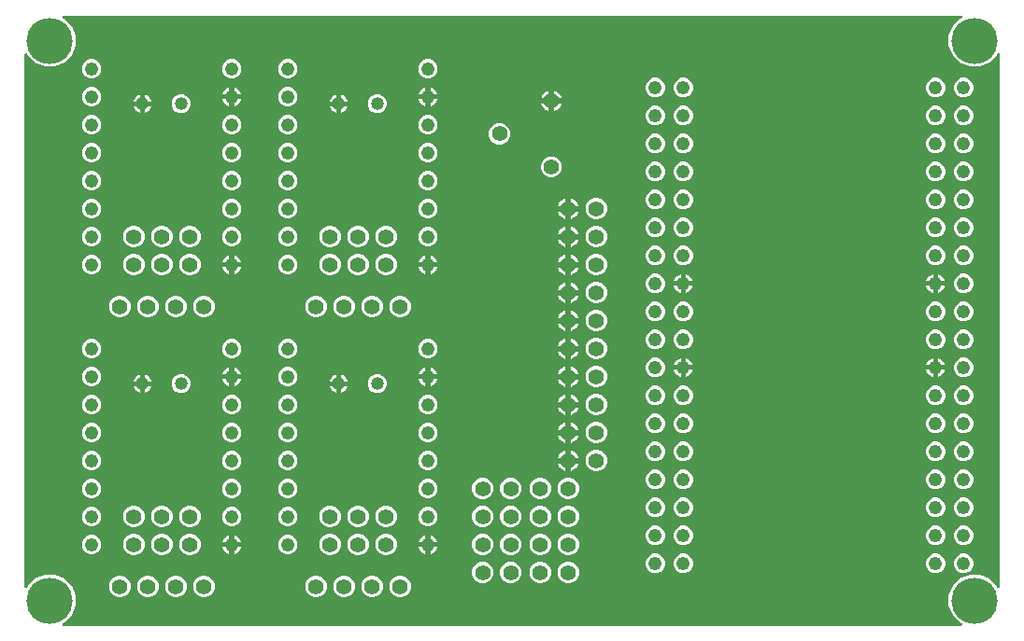
<source format=gbr>
G04 EAGLE Gerber RS-274X export*
G75*
%MOMM*%
%FSLAX34Y34*%
%LPD*%
%INCopper Layer 2*%
%IPPOS*%
%AMOC8*
5,1,8,0,0,1.08239X$1,22.5*%
G01*
%ADD10C,1.244600*%
%ADD11C,1.190000*%
%ADD12C,1.422400*%
%ADD13C,4.191000*%
%ADD14C,1.400000*%
%ADD15C,0.508000*%

G36*
X851078Y2549D02*
X851078Y2549D01*
X851148Y2548D01*
X851235Y2569D01*
X851325Y2581D01*
X851389Y2606D01*
X851457Y2623D01*
X851537Y2665D01*
X851620Y2698D01*
X851677Y2739D01*
X851738Y2771D01*
X851805Y2832D01*
X851878Y2884D01*
X851922Y2938D01*
X851974Y2985D01*
X852023Y3060D01*
X852080Y3129D01*
X852110Y3193D01*
X852148Y3251D01*
X852178Y3336D01*
X852216Y3417D01*
X852229Y3486D01*
X852252Y3552D01*
X852259Y3641D01*
X852276Y3729D01*
X852271Y3799D01*
X852277Y3869D01*
X852261Y3957D01*
X852256Y4047D01*
X852234Y4113D01*
X852222Y4182D01*
X852186Y4264D01*
X852158Y4349D01*
X852121Y4408D01*
X852092Y4472D01*
X852036Y4542D01*
X851988Y4618D01*
X851937Y4666D01*
X851893Y4720D01*
X851822Y4775D01*
X851756Y4836D01*
X851695Y4870D01*
X851639Y4912D01*
X851495Y4983D01*
X850291Y5481D01*
X843681Y12091D01*
X840104Y20726D01*
X840104Y30074D01*
X843681Y38709D01*
X850291Y45319D01*
X858926Y48896D01*
X868274Y48896D01*
X876909Y45319D01*
X883519Y38709D01*
X884017Y37505D01*
X884052Y37445D01*
X884078Y37380D01*
X884130Y37307D01*
X884175Y37229D01*
X884223Y37179D01*
X884264Y37122D01*
X884334Y37065D01*
X884396Y37001D01*
X884456Y36964D01*
X884509Y36920D01*
X884591Y36881D01*
X884667Y36834D01*
X884734Y36814D01*
X884797Y36784D01*
X884885Y36767D01*
X884971Y36741D01*
X885041Y36737D01*
X885110Y36724D01*
X885199Y36730D01*
X885289Y36726D01*
X885357Y36740D01*
X885427Y36744D01*
X885512Y36772D01*
X885600Y36790D01*
X885663Y36821D01*
X885729Y36842D01*
X885805Y36890D01*
X885886Y36930D01*
X885939Y36975D01*
X885998Y37012D01*
X886060Y37078D01*
X886128Y37136D01*
X886168Y37193D01*
X886216Y37244D01*
X886259Y37323D01*
X886311Y37396D01*
X886336Y37461D01*
X886370Y37522D01*
X886392Y37609D01*
X886424Y37693D01*
X886432Y37763D01*
X886449Y37830D01*
X886459Y37991D01*
X886459Y520809D01*
X886451Y520878D01*
X886452Y520948D01*
X886431Y521035D01*
X886419Y521125D01*
X886394Y521189D01*
X886377Y521257D01*
X886335Y521337D01*
X886302Y521420D01*
X886261Y521477D01*
X886229Y521538D01*
X886168Y521605D01*
X886116Y521678D01*
X886062Y521722D01*
X886015Y521774D01*
X885940Y521823D01*
X885871Y521880D01*
X885807Y521910D01*
X885749Y521948D01*
X885664Y521978D01*
X885583Y522016D01*
X885514Y522029D01*
X885448Y522052D01*
X885359Y522059D01*
X885271Y522076D01*
X885201Y522071D01*
X885131Y522077D01*
X885043Y522061D01*
X884953Y522056D01*
X884887Y522034D01*
X884818Y522022D01*
X884736Y521986D01*
X884651Y521958D01*
X884592Y521921D01*
X884528Y521892D01*
X884458Y521836D01*
X884382Y521788D01*
X884334Y521737D01*
X884280Y521693D01*
X884225Y521622D01*
X884164Y521556D01*
X884130Y521495D01*
X884088Y521439D01*
X884017Y521295D01*
X883519Y520091D01*
X876909Y513481D01*
X868274Y509904D01*
X858926Y509904D01*
X850291Y513481D01*
X843681Y520091D01*
X840104Y528726D01*
X840104Y538074D01*
X843681Y546709D01*
X850291Y553319D01*
X851495Y553817D01*
X851555Y553852D01*
X851620Y553878D01*
X851693Y553930D01*
X851771Y553975D01*
X851821Y554023D01*
X851878Y554064D01*
X851935Y554134D01*
X851999Y554196D01*
X852036Y554256D01*
X852080Y554309D01*
X852119Y554391D01*
X852166Y554467D01*
X852186Y554534D01*
X852216Y554597D01*
X852233Y554685D01*
X852259Y554771D01*
X852263Y554841D01*
X852276Y554910D01*
X852270Y554999D01*
X852274Y555089D01*
X852260Y555157D01*
X852256Y555227D01*
X852228Y555312D01*
X852210Y555400D01*
X852179Y555463D01*
X852158Y555529D01*
X852110Y555605D01*
X852070Y555686D01*
X852025Y555739D01*
X851988Y555798D01*
X851922Y555860D01*
X851864Y555928D01*
X851807Y555968D01*
X851756Y556016D01*
X851677Y556059D01*
X851604Y556111D01*
X851539Y556136D01*
X851478Y556170D01*
X851391Y556192D01*
X851307Y556224D01*
X851237Y556232D01*
X851170Y556249D01*
X851009Y556259D01*
X37991Y556259D01*
X37922Y556251D01*
X37852Y556252D01*
X37765Y556231D01*
X37675Y556219D01*
X37611Y556194D01*
X37543Y556177D01*
X37463Y556135D01*
X37380Y556102D01*
X37323Y556061D01*
X37262Y556029D01*
X37195Y555968D01*
X37122Y555916D01*
X37078Y555862D01*
X37026Y555815D01*
X36977Y555740D01*
X36920Y555671D01*
X36890Y555607D01*
X36852Y555549D01*
X36822Y555464D01*
X36784Y555383D01*
X36771Y555314D01*
X36748Y555248D01*
X36741Y555159D01*
X36724Y555071D01*
X36729Y555001D01*
X36723Y554931D01*
X36739Y554843D01*
X36744Y554753D01*
X36766Y554687D01*
X36778Y554618D01*
X36814Y554536D01*
X36842Y554451D01*
X36879Y554392D01*
X36908Y554328D01*
X36964Y554258D01*
X37012Y554182D01*
X37063Y554134D01*
X37107Y554080D01*
X37178Y554025D01*
X37244Y553964D01*
X37305Y553930D01*
X37361Y553888D01*
X37505Y553817D01*
X38709Y553319D01*
X45319Y546709D01*
X48896Y538074D01*
X48896Y528726D01*
X45319Y520091D01*
X38709Y513481D01*
X30074Y509904D01*
X20726Y509904D01*
X12091Y513481D01*
X5481Y520091D01*
X4983Y521295D01*
X4948Y521355D01*
X4922Y521420D01*
X4870Y521493D01*
X4825Y521571D01*
X4777Y521621D01*
X4736Y521678D01*
X4666Y521735D01*
X4604Y521799D01*
X4544Y521836D01*
X4491Y521880D01*
X4409Y521919D01*
X4333Y521966D01*
X4266Y521986D01*
X4203Y522016D01*
X4115Y522033D01*
X4029Y522059D01*
X3959Y522063D01*
X3890Y522076D01*
X3801Y522070D01*
X3711Y522074D01*
X3643Y522060D01*
X3573Y522056D01*
X3488Y522028D01*
X3400Y522010D01*
X3337Y521979D01*
X3271Y521958D01*
X3195Y521910D01*
X3114Y521870D01*
X3061Y521825D01*
X3002Y521788D01*
X2940Y521722D01*
X2872Y521664D01*
X2832Y521607D01*
X2784Y521556D01*
X2741Y521477D01*
X2689Y521404D01*
X2664Y521339D01*
X2630Y521278D01*
X2608Y521191D01*
X2576Y521107D01*
X2568Y521037D01*
X2551Y520970D01*
X2541Y520809D01*
X2541Y37991D01*
X2549Y37922D01*
X2548Y37852D01*
X2569Y37765D01*
X2581Y37675D01*
X2606Y37611D01*
X2623Y37543D01*
X2665Y37463D01*
X2698Y37380D01*
X2739Y37323D01*
X2771Y37262D01*
X2832Y37195D01*
X2884Y37122D01*
X2938Y37078D01*
X2985Y37026D01*
X3060Y36977D01*
X3129Y36920D01*
X3193Y36890D01*
X3251Y36852D01*
X3336Y36822D01*
X3417Y36784D01*
X3486Y36771D01*
X3552Y36748D01*
X3641Y36741D01*
X3729Y36724D01*
X3799Y36729D01*
X3869Y36723D01*
X3957Y36739D01*
X4047Y36744D01*
X4113Y36766D01*
X4182Y36778D01*
X4264Y36814D01*
X4349Y36842D01*
X4408Y36879D01*
X4472Y36908D01*
X4542Y36964D01*
X4618Y37012D01*
X4666Y37063D01*
X4720Y37107D01*
X4775Y37178D01*
X4836Y37244D01*
X4870Y37305D01*
X4912Y37361D01*
X4983Y37505D01*
X5481Y38709D01*
X12091Y45319D01*
X20726Y48896D01*
X30074Y48896D01*
X38709Y45319D01*
X45319Y38709D01*
X48896Y30074D01*
X48896Y20726D01*
X45319Y12091D01*
X38709Y5481D01*
X37505Y4983D01*
X37445Y4948D01*
X37380Y4922D01*
X37307Y4870D01*
X37229Y4825D01*
X37179Y4777D01*
X37122Y4736D01*
X37065Y4666D01*
X37001Y4604D01*
X36964Y4544D01*
X36920Y4491D01*
X36881Y4409D01*
X36834Y4333D01*
X36814Y4266D01*
X36784Y4203D01*
X36767Y4115D01*
X36741Y4029D01*
X36737Y3959D01*
X36724Y3890D01*
X36730Y3801D01*
X36726Y3711D01*
X36740Y3643D01*
X36744Y3573D01*
X36772Y3488D01*
X36790Y3400D01*
X36821Y3337D01*
X36842Y3271D01*
X36890Y3195D01*
X36930Y3114D01*
X36975Y3061D01*
X37012Y3002D01*
X37078Y2940D01*
X37136Y2872D01*
X37193Y2832D01*
X37244Y2784D01*
X37323Y2741D01*
X37396Y2689D01*
X37461Y2664D01*
X37522Y2630D01*
X37609Y2608D01*
X37693Y2576D01*
X37763Y2568D01*
X37830Y2551D01*
X37991Y2541D01*
X851009Y2541D01*
X851078Y2549D01*
G37*
%LPC*%
G36*
X415910Y117347D02*
X415910Y117347D01*
X412362Y118817D01*
X409647Y121532D01*
X408177Y125080D01*
X408177Y128920D01*
X409647Y132468D01*
X412362Y135183D01*
X415910Y136653D01*
X419750Y136653D01*
X423298Y135183D01*
X426013Y132468D01*
X427483Y128920D01*
X427483Y125080D01*
X426013Y121532D01*
X423298Y118817D01*
X419750Y117347D01*
X415910Y117347D01*
G37*
%LPD*%
%LPC*%
G36*
X163180Y28447D02*
X163180Y28447D01*
X159632Y29917D01*
X156917Y32632D01*
X155447Y36180D01*
X155447Y40020D01*
X156917Y43568D01*
X159632Y46283D01*
X163180Y47753D01*
X167020Y47753D01*
X170568Y46283D01*
X173283Y43568D01*
X174753Y40020D01*
X174753Y36180D01*
X173283Y32632D01*
X170568Y29917D01*
X167020Y28447D01*
X163180Y28447D01*
G37*
%LPD*%
%LPC*%
G36*
X264780Y28447D02*
X264780Y28447D01*
X261232Y29917D01*
X258517Y32632D01*
X257047Y36180D01*
X257047Y40020D01*
X258517Y43568D01*
X261232Y46283D01*
X264780Y47753D01*
X268620Y47753D01*
X272168Y46283D01*
X274883Y43568D01*
X276353Y40020D01*
X276353Y36180D01*
X274883Y32632D01*
X272168Y29917D01*
X268620Y28447D01*
X264780Y28447D01*
G37*
%LPD*%
%LPC*%
G36*
X290180Y28447D02*
X290180Y28447D01*
X286632Y29917D01*
X283917Y32632D01*
X282447Y36180D01*
X282447Y40020D01*
X283917Y43568D01*
X286632Y46283D01*
X290180Y47753D01*
X294020Y47753D01*
X297568Y46283D01*
X300283Y43568D01*
X301753Y40020D01*
X301753Y36180D01*
X300283Y32632D01*
X297568Y29917D01*
X294020Y28447D01*
X290180Y28447D01*
G37*
%LPD*%
%LPC*%
G36*
X441310Y117347D02*
X441310Y117347D01*
X437762Y118817D01*
X435047Y121532D01*
X433577Y125080D01*
X433577Y128920D01*
X435047Y132468D01*
X437762Y135183D01*
X441310Y136653D01*
X445150Y136653D01*
X448698Y135183D01*
X451413Y132468D01*
X452883Y128920D01*
X452883Y125080D01*
X451413Y121532D01*
X448698Y118817D01*
X445150Y117347D01*
X441310Y117347D01*
G37*
%LPD*%
%LPC*%
G36*
X467980Y117347D02*
X467980Y117347D01*
X464432Y118817D01*
X461717Y121532D01*
X460247Y125080D01*
X460247Y128920D01*
X461717Y132468D01*
X464432Y135183D01*
X467980Y136653D01*
X471820Y136653D01*
X475368Y135183D01*
X478083Y132468D01*
X479553Y128920D01*
X479553Y125080D01*
X478083Y121532D01*
X475368Y118817D01*
X471820Y117347D01*
X467980Y117347D01*
G37*
%LPD*%
%LPC*%
G36*
X493380Y117347D02*
X493380Y117347D01*
X489832Y118817D01*
X487117Y121532D01*
X485647Y125080D01*
X485647Y128920D01*
X487117Y132468D01*
X489832Y135183D01*
X493380Y136653D01*
X497220Y136653D01*
X500768Y135183D01*
X503483Y132468D01*
X504953Y128920D01*
X504953Y125080D01*
X503483Y121532D01*
X500768Y118817D01*
X497220Y117347D01*
X493380Y117347D01*
G37*
%LPD*%
%LPC*%
G36*
X340980Y282447D02*
X340980Y282447D01*
X337432Y283917D01*
X334717Y286632D01*
X333247Y290180D01*
X333247Y294020D01*
X334717Y297568D01*
X337432Y300283D01*
X340980Y301753D01*
X344820Y301753D01*
X348368Y300283D01*
X351083Y297568D01*
X352553Y294020D01*
X352553Y290180D01*
X351083Y286632D01*
X348368Y283917D01*
X344820Y282447D01*
X340980Y282447D01*
G37*
%LPD*%
%LPC*%
G36*
X150480Y345947D02*
X150480Y345947D01*
X146932Y347417D01*
X144217Y350132D01*
X142747Y353680D01*
X142747Y357520D01*
X144217Y361068D01*
X146932Y363783D01*
X150480Y365253D01*
X154320Y365253D01*
X157868Y363783D01*
X160583Y361068D01*
X162053Y357520D01*
X162053Y353680D01*
X160583Y350132D01*
X157868Y347417D01*
X154320Y345947D01*
X150480Y345947D01*
G37*
%LPD*%
%LPC*%
G36*
X315580Y282447D02*
X315580Y282447D01*
X312032Y283917D01*
X309317Y286632D01*
X307847Y290180D01*
X307847Y294020D01*
X309317Y297568D01*
X312032Y300283D01*
X315580Y301753D01*
X319420Y301753D01*
X322968Y300283D01*
X325683Y297568D01*
X327153Y294020D01*
X327153Y290180D01*
X325683Y286632D01*
X322968Y283917D01*
X319420Y282447D01*
X315580Y282447D01*
G37*
%LPD*%
%LPC*%
G36*
X99680Y345947D02*
X99680Y345947D01*
X96132Y347417D01*
X93417Y350132D01*
X91947Y353680D01*
X91947Y357520D01*
X93417Y361068D01*
X96132Y363783D01*
X99680Y365253D01*
X103520Y365253D01*
X107068Y363783D01*
X109783Y361068D01*
X111253Y357520D01*
X111253Y353680D01*
X109783Y350132D01*
X107068Y347417D01*
X103520Y345947D01*
X99680Y345947D01*
G37*
%LPD*%
%LPC*%
G36*
X518780Y345947D02*
X518780Y345947D01*
X515232Y347417D01*
X512517Y350132D01*
X511047Y353680D01*
X511047Y357520D01*
X512517Y361068D01*
X515232Y363783D01*
X518780Y365253D01*
X522620Y365253D01*
X526168Y363783D01*
X528883Y361068D01*
X530353Y357520D01*
X530353Y353680D01*
X528883Y350132D01*
X526168Y347417D01*
X522620Y345947D01*
X518780Y345947D01*
G37*
%LPD*%
%LPC*%
G36*
X328280Y345947D02*
X328280Y345947D01*
X324732Y347417D01*
X322017Y350132D01*
X320547Y353680D01*
X320547Y357520D01*
X322017Y361068D01*
X324732Y363783D01*
X328280Y365253D01*
X332120Y365253D01*
X335668Y363783D01*
X338383Y361068D01*
X339853Y357520D01*
X339853Y353680D01*
X338383Y350132D01*
X335668Y347417D01*
X332120Y345947D01*
X328280Y345947D01*
G37*
%LPD*%
%LPC*%
G36*
X302880Y345947D02*
X302880Y345947D01*
X299332Y347417D01*
X296617Y350132D01*
X295147Y353680D01*
X295147Y357520D01*
X296617Y361068D01*
X299332Y363783D01*
X302880Y365253D01*
X306720Y365253D01*
X310268Y363783D01*
X312983Y361068D01*
X314453Y357520D01*
X314453Y353680D01*
X312983Y350132D01*
X310268Y347417D01*
X306720Y345947D01*
X302880Y345947D01*
G37*
%LPD*%
%LPC*%
G36*
X277480Y345947D02*
X277480Y345947D01*
X273932Y347417D01*
X271217Y350132D01*
X269747Y353680D01*
X269747Y357520D01*
X271217Y361068D01*
X273932Y363783D01*
X277480Y365253D01*
X281320Y365253D01*
X284868Y363783D01*
X287583Y361068D01*
X289053Y357520D01*
X289053Y353680D01*
X287583Y350132D01*
X284868Y347417D01*
X281320Y345947D01*
X277480Y345947D01*
G37*
%LPD*%
%LPC*%
G36*
X315580Y28447D02*
X315580Y28447D01*
X312032Y29917D01*
X309317Y32632D01*
X307847Y36180D01*
X307847Y40020D01*
X309317Y43568D01*
X312032Y46283D01*
X315580Y47753D01*
X319420Y47753D01*
X322968Y46283D01*
X325683Y43568D01*
X327153Y40020D01*
X327153Y36180D01*
X325683Y32632D01*
X322968Y29917D01*
X319420Y28447D01*
X315580Y28447D01*
G37*
%LPD*%
%LPC*%
G36*
X340980Y28447D02*
X340980Y28447D01*
X337432Y29917D01*
X334717Y32632D01*
X333247Y36180D01*
X333247Y40020D01*
X334717Y43568D01*
X337432Y46283D01*
X340980Y47753D01*
X344820Y47753D01*
X348368Y46283D01*
X351083Y43568D01*
X352553Y40020D01*
X352553Y36180D01*
X351083Y32632D01*
X348368Y29917D01*
X344820Y28447D01*
X340980Y28447D01*
G37*
%LPD*%
%LPC*%
G36*
X290180Y282447D02*
X290180Y282447D01*
X286632Y283917D01*
X283917Y286632D01*
X282447Y290180D01*
X282447Y294020D01*
X283917Y297568D01*
X286632Y300283D01*
X290180Y301753D01*
X294020Y301753D01*
X297568Y300283D01*
X300283Y297568D01*
X301753Y294020D01*
X301753Y290180D01*
X300283Y286632D01*
X297568Y283917D01*
X294020Y282447D01*
X290180Y282447D01*
G37*
%LPD*%
%LPC*%
G36*
X264780Y282447D02*
X264780Y282447D01*
X261232Y283917D01*
X258517Y286632D01*
X257047Y290180D01*
X257047Y294020D01*
X258517Y297568D01*
X261232Y300283D01*
X264780Y301753D01*
X268620Y301753D01*
X272168Y300283D01*
X274883Y297568D01*
X276353Y294020D01*
X276353Y290180D01*
X274883Y286632D01*
X272168Y283917D01*
X268620Y282447D01*
X264780Y282447D01*
G37*
%LPD*%
%LPC*%
G36*
X163180Y282447D02*
X163180Y282447D01*
X159632Y283917D01*
X156917Y286632D01*
X155447Y290180D01*
X155447Y294020D01*
X156917Y297568D01*
X159632Y300283D01*
X163180Y301753D01*
X167020Y301753D01*
X170568Y300283D01*
X173283Y297568D01*
X174753Y294020D01*
X174753Y290180D01*
X173283Y286632D01*
X170568Y283917D01*
X167020Y282447D01*
X163180Y282447D01*
G37*
%LPD*%
%LPC*%
G36*
X137780Y282447D02*
X137780Y282447D01*
X134232Y283917D01*
X131517Y286632D01*
X130047Y290180D01*
X130047Y294020D01*
X131517Y297568D01*
X134232Y300283D01*
X137780Y301753D01*
X141620Y301753D01*
X145168Y300283D01*
X147883Y297568D01*
X149353Y294020D01*
X149353Y290180D01*
X147883Y286632D01*
X145168Y283917D01*
X141620Y282447D01*
X137780Y282447D01*
G37*
%LPD*%
%LPC*%
G36*
X415910Y41147D02*
X415910Y41147D01*
X412362Y42617D01*
X409647Y45332D01*
X408177Y48880D01*
X408177Y52720D01*
X409647Y56268D01*
X412362Y58983D01*
X415910Y60453D01*
X419750Y60453D01*
X423298Y58983D01*
X426013Y56268D01*
X427483Y52720D01*
X427483Y48880D01*
X426013Y45332D01*
X423298Y42617D01*
X419750Y41147D01*
X415910Y41147D01*
G37*
%LPD*%
%LPC*%
G36*
X441310Y41147D02*
X441310Y41147D01*
X437762Y42617D01*
X435047Y45332D01*
X433577Y48880D01*
X433577Y52720D01*
X435047Y56268D01*
X437762Y58983D01*
X441310Y60453D01*
X445150Y60453D01*
X448698Y58983D01*
X451413Y56268D01*
X452883Y52720D01*
X452883Y48880D01*
X451413Y45332D01*
X448698Y42617D01*
X445150Y41147D01*
X441310Y41147D01*
G37*
%LPD*%
%LPC*%
G36*
X467980Y41147D02*
X467980Y41147D01*
X464432Y42617D01*
X461717Y45332D01*
X460247Y48880D01*
X460247Y52720D01*
X461717Y56268D01*
X464432Y58983D01*
X467980Y60453D01*
X471820Y60453D01*
X475368Y58983D01*
X478083Y56268D01*
X479553Y52720D01*
X479553Y48880D01*
X478083Y45332D01*
X475368Y42617D01*
X471820Y41147D01*
X467980Y41147D01*
G37*
%LPD*%
%LPC*%
G36*
X112380Y282447D02*
X112380Y282447D01*
X108832Y283917D01*
X106117Y286632D01*
X104647Y290180D01*
X104647Y294020D01*
X106117Y297568D01*
X108832Y300283D01*
X112380Y301753D01*
X116220Y301753D01*
X119768Y300283D01*
X122483Y297568D01*
X123953Y294020D01*
X123953Y290180D01*
X122483Y286632D01*
X119768Y283917D01*
X116220Y282447D01*
X112380Y282447D01*
G37*
%LPD*%
%LPC*%
G36*
X86980Y282447D02*
X86980Y282447D01*
X83432Y283917D01*
X80717Y286632D01*
X79247Y290180D01*
X79247Y294020D01*
X80717Y297568D01*
X83432Y300283D01*
X86980Y301753D01*
X90820Y301753D01*
X94368Y300283D01*
X97083Y297568D01*
X98553Y294020D01*
X98553Y290180D01*
X97083Y286632D01*
X94368Y283917D01*
X90820Y282447D01*
X86980Y282447D01*
G37*
%LPD*%
%LPC*%
G36*
X518780Y142747D02*
X518780Y142747D01*
X515232Y144217D01*
X512517Y146932D01*
X511047Y150480D01*
X511047Y154320D01*
X512517Y157868D01*
X515232Y160583D01*
X518780Y162053D01*
X522620Y162053D01*
X526168Y160583D01*
X528883Y157868D01*
X530353Y154320D01*
X530353Y150480D01*
X528883Y146932D01*
X526168Y144217D01*
X522620Y142747D01*
X518780Y142747D01*
G37*
%LPD*%
%LPC*%
G36*
X518780Y168147D02*
X518780Y168147D01*
X515232Y169617D01*
X512517Y172332D01*
X511047Y175880D01*
X511047Y179720D01*
X512517Y183268D01*
X515232Y185983D01*
X518780Y187453D01*
X522620Y187453D01*
X526168Y185983D01*
X528883Y183268D01*
X530353Y179720D01*
X530353Y175880D01*
X528883Y172332D01*
X526168Y169617D01*
X522620Y168147D01*
X518780Y168147D01*
G37*
%LPD*%
%LPC*%
G36*
X150480Y320547D02*
X150480Y320547D01*
X146932Y322017D01*
X144217Y324732D01*
X142747Y328280D01*
X142747Y332120D01*
X144217Y335668D01*
X146932Y338383D01*
X150480Y339853D01*
X154320Y339853D01*
X157868Y338383D01*
X160583Y335668D01*
X162053Y332120D01*
X162053Y328280D01*
X160583Y324732D01*
X157868Y322017D01*
X154320Y320547D01*
X150480Y320547D01*
G37*
%LPD*%
%LPC*%
G36*
X125080Y320547D02*
X125080Y320547D01*
X121532Y322017D01*
X118817Y324732D01*
X117347Y328280D01*
X117347Y332120D01*
X118817Y335668D01*
X121532Y338383D01*
X125080Y339853D01*
X128920Y339853D01*
X132468Y338383D01*
X135183Y335668D01*
X136653Y332120D01*
X136653Y328280D01*
X135183Y324732D01*
X132468Y322017D01*
X128920Y320547D01*
X125080Y320547D01*
G37*
%LPD*%
%LPC*%
G36*
X99680Y320547D02*
X99680Y320547D01*
X96132Y322017D01*
X93417Y324732D01*
X91947Y328280D01*
X91947Y332120D01*
X93417Y335668D01*
X96132Y338383D01*
X99680Y339853D01*
X103520Y339853D01*
X107068Y338383D01*
X109783Y335668D01*
X111253Y332120D01*
X111253Y328280D01*
X109783Y324732D01*
X107068Y322017D01*
X103520Y320547D01*
X99680Y320547D01*
G37*
%LPD*%
%LPC*%
G36*
X518780Y320547D02*
X518780Y320547D01*
X515232Y322017D01*
X512517Y324732D01*
X511047Y328280D01*
X511047Y332120D01*
X512517Y335668D01*
X515232Y338383D01*
X518780Y339853D01*
X522620Y339853D01*
X526168Y338383D01*
X528883Y335668D01*
X530353Y332120D01*
X530353Y328280D01*
X528883Y324732D01*
X526168Y322017D01*
X522620Y320547D01*
X518780Y320547D01*
G37*
%LPD*%
%LPC*%
G36*
X328280Y320547D02*
X328280Y320547D01*
X324732Y322017D01*
X322017Y324732D01*
X320547Y328280D01*
X320547Y332120D01*
X322017Y335668D01*
X324732Y338383D01*
X328280Y339853D01*
X332120Y339853D01*
X335668Y338383D01*
X338383Y335668D01*
X339853Y332120D01*
X339853Y328280D01*
X338383Y324732D01*
X335668Y322017D01*
X332120Y320547D01*
X328280Y320547D01*
G37*
%LPD*%
%LPC*%
G36*
X302880Y320547D02*
X302880Y320547D01*
X299332Y322017D01*
X296617Y324732D01*
X295147Y328280D01*
X295147Y332120D01*
X296617Y335668D01*
X299332Y338383D01*
X302880Y339853D01*
X306720Y339853D01*
X310268Y338383D01*
X312983Y335668D01*
X314453Y332120D01*
X314453Y328280D01*
X312983Y324732D01*
X310268Y322017D01*
X306720Y320547D01*
X302880Y320547D01*
G37*
%LPD*%
%LPC*%
G36*
X277480Y320547D02*
X277480Y320547D01*
X273932Y322017D01*
X271217Y324732D01*
X269747Y328280D01*
X269747Y332120D01*
X271217Y335668D01*
X273932Y338383D01*
X277480Y339853D01*
X281320Y339853D01*
X284868Y338383D01*
X287583Y335668D01*
X289053Y332120D01*
X289053Y328280D01*
X287583Y324732D01*
X284868Y322017D01*
X281320Y320547D01*
X277480Y320547D01*
G37*
%LPD*%
%LPC*%
G36*
X493380Y41147D02*
X493380Y41147D01*
X489832Y42617D01*
X487117Y45332D01*
X485647Y48880D01*
X485647Y52720D01*
X487117Y56268D01*
X489832Y58983D01*
X493380Y60453D01*
X497220Y60453D01*
X500768Y58983D01*
X503483Y56268D01*
X504953Y52720D01*
X504953Y48880D01*
X503483Y45332D01*
X500768Y42617D01*
X497220Y41147D01*
X493380Y41147D01*
G37*
%LPD*%
%LPC*%
G36*
X415910Y66547D02*
X415910Y66547D01*
X412362Y68017D01*
X409647Y70732D01*
X408177Y74280D01*
X408177Y78120D01*
X409647Y81668D01*
X412362Y84383D01*
X415910Y85853D01*
X419750Y85853D01*
X423298Y84383D01*
X426013Y81668D01*
X427483Y78120D01*
X427483Y74280D01*
X426013Y70732D01*
X423298Y68017D01*
X419750Y66547D01*
X415910Y66547D01*
G37*
%LPD*%
%LPC*%
G36*
X518780Y193547D02*
X518780Y193547D01*
X515232Y195017D01*
X512517Y197732D01*
X511047Y201280D01*
X511047Y205120D01*
X512517Y208668D01*
X515232Y211383D01*
X518780Y212853D01*
X522620Y212853D01*
X526168Y211383D01*
X528883Y208668D01*
X530353Y205120D01*
X530353Y201280D01*
X528883Y197732D01*
X526168Y195017D01*
X522620Y193547D01*
X518780Y193547D01*
G37*
%LPD*%
%LPC*%
G36*
X125080Y345947D02*
X125080Y345947D01*
X121532Y347417D01*
X118817Y350132D01*
X117347Y353680D01*
X117347Y357520D01*
X118817Y361068D01*
X121532Y363783D01*
X125080Y365253D01*
X128920Y365253D01*
X132468Y363783D01*
X135183Y361068D01*
X136653Y357520D01*
X136653Y353680D01*
X135183Y350132D01*
X132468Y347417D01*
X128920Y345947D01*
X125080Y345947D01*
G37*
%LPD*%
%LPC*%
G36*
X518780Y218947D02*
X518780Y218947D01*
X515232Y220417D01*
X512517Y223132D01*
X511047Y226680D01*
X511047Y230520D01*
X512517Y234068D01*
X515232Y236783D01*
X518780Y238253D01*
X522620Y238253D01*
X526168Y236783D01*
X528883Y234068D01*
X530353Y230520D01*
X530353Y226680D01*
X528883Y223132D01*
X526168Y220417D01*
X522620Y218947D01*
X518780Y218947D01*
G37*
%LPD*%
%LPC*%
G36*
X441310Y66547D02*
X441310Y66547D01*
X437762Y68017D01*
X435047Y70732D01*
X433577Y74280D01*
X433577Y78120D01*
X435047Y81668D01*
X437762Y84383D01*
X441310Y85853D01*
X445150Y85853D01*
X448698Y84383D01*
X451413Y81668D01*
X452883Y78120D01*
X452883Y74280D01*
X451413Y70732D01*
X448698Y68017D01*
X445150Y66547D01*
X441310Y66547D01*
G37*
%LPD*%
%LPC*%
G36*
X493380Y66547D02*
X493380Y66547D01*
X489832Y68017D01*
X487117Y70732D01*
X485647Y74280D01*
X485647Y78120D01*
X487117Y81668D01*
X489832Y84383D01*
X493380Y85853D01*
X497220Y85853D01*
X500768Y84383D01*
X503483Y81668D01*
X504953Y78120D01*
X504953Y74280D01*
X503483Y70732D01*
X500768Y68017D01*
X497220Y66547D01*
X493380Y66547D01*
G37*
%LPD*%
%LPC*%
G36*
X467980Y66547D02*
X467980Y66547D01*
X464432Y68017D01*
X461717Y70732D01*
X460247Y74280D01*
X460247Y78120D01*
X461717Y81668D01*
X464432Y84383D01*
X467980Y85853D01*
X471820Y85853D01*
X475368Y84383D01*
X478083Y81668D01*
X479553Y78120D01*
X479553Y74280D01*
X478083Y70732D01*
X475368Y68017D01*
X471820Y66547D01*
X467980Y66547D01*
G37*
%LPD*%
%LPC*%
G36*
X99680Y66547D02*
X99680Y66547D01*
X96132Y68017D01*
X93417Y70732D01*
X91947Y74280D01*
X91947Y78120D01*
X93417Y81668D01*
X96132Y84383D01*
X99680Y85853D01*
X103520Y85853D01*
X107068Y84383D01*
X109783Y81668D01*
X111253Y78120D01*
X111253Y74280D01*
X109783Y70732D01*
X107068Y68017D01*
X103520Y66547D01*
X99680Y66547D01*
G37*
%LPD*%
%LPC*%
G36*
X150480Y66547D02*
X150480Y66547D01*
X146932Y68017D01*
X144217Y70732D01*
X142747Y74280D01*
X142747Y78120D01*
X144217Y81668D01*
X146932Y84383D01*
X150480Y85853D01*
X154320Y85853D01*
X157868Y84383D01*
X160583Y81668D01*
X162053Y78120D01*
X162053Y74280D01*
X160583Y70732D01*
X157868Y68017D01*
X154320Y66547D01*
X150480Y66547D01*
G37*
%LPD*%
%LPC*%
G36*
X125080Y66547D02*
X125080Y66547D01*
X121532Y68017D01*
X118817Y70732D01*
X117347Y74280D01*
X117347Y78120D01*
X118817Y81668D01*
X121532Y84383D01*
X125080Y85853D01*
X128920Y85853D01*
X132468Y84383D01*
X135183Y81668D01*
X136653Y78120D01*
X136653Y74280D01*
X135183Y70732D01*
X132468Y68017D01*
X128920Y66547D01*
X125080Y66547D01*
G37*
%LPD*%
%LPC*%
G36*
X277480Y66547D02*
X277480Y66547D01*
X273932Y68017D01*
X271217Y70732D01*
X269747Y74280D01*
X269747Y78120D01*
X271217Y81668D01*
X273932Y84383D01*
X277480Y85853D01*
X281320Y85853D01*
X284868Y84383D01*
X287583Y81668D01*
X289053Y78120D01*
X289053Y74280D01*
X287583Y70732D01*
X284868Y68017D01*
X281320Y66547D01*
X277480Y66547D01*
G37*
%LPD*%
%LPC*%
G36*
X302880Y66547D02*
X302880Y66547D01*
X299332Y68017D01*
X296617Y70732D01*
X295147Y74280D01*
X295147Y78120D01*
X296617Y81668D01*
X299332Y84383D01*
X302880Y85853D01*
X306720Y85853D01*
X310268Y84383D01*
X312983Y81668D01*
X314453Y78120D01*
X314453Y74280D01*
X312983Y70732D01*
X310268Y68017D01*
X306720Y66547D01*
X302880Y66547D01*
G37*
%LPD*%
%LPC*%
G36*
X328280Y66547D02*
X328280Y66547D01*
X324732Y68017D01*
X322017Y70732D01*
X320547Y74280D01*
X320547Y78120D01*
X322017Y81668D01*
X324732Y84383D01*
X328280Y85853D01*
X332120Y85853D01*
X335668Y84383D01*
X338383Y81668D01*
X339853Y78120D01*
X339853Y74280D01*
X338383Y70732D01*
X335668Y68017D01*
X332120Y66547D01*
X328280Y66547D01*
G37*
%LPD*%
%LPC*%
G36*
X99680Y91947D02*
X99680Y91947D01*
X96132Y93417D01*
X93417Y96132D01*
X91947Y99680D01*
X91947Y103520D01*
X93417Y107068D01*
X96132Y109783D01*
X99680Y111253D01*
X103520Y111253D01*
X107068Y109783D01*
X109783Y107068D01*
X111253Y103520D01*
X111253Y99680D01*
X109783Y96132D01*
X107068Y93417D01*
X103520Y91947D01*
X99680Y91947D01*
G37*
%LPD*%
%LPC*%
G36*
X518780Y244347D02*
X518780Y244347D01*
X515232Y245817D01*
X512517Y248532D01*
X511047Y252080D01*
X511047Y255920D01*
X512517Y259468D01*
X515232Y262183D01*
X518780Y263653D01*
X522620Y263653D01*
X526168Y262183D01*
X528883Y259468D01*
X530353Y255920D01*
X530353Y252080D01*
X528883Y248532D01*
X526168Y245817D01*
X522620Y244347D01*
X518780Y244347D01*
G37*
%LPD*%
%LPC*%
G36*
X518780Y269747D02*
X518780Y269747D01*
X515232Y271217D01*
X512517Y273932D01*
X511047Y277480D01*
X511047Y281320D01*
X512517Y284868D01*
X515232Y287583D01*
X518780Y289053D01*
X522620Y289053D01*
X526168Y287583D01*
X528883Y284868D01*
X530353Y281320D01*
X530353Y277480D01*
X528883Y273932D01*
X526168Y271217D01*
X522620Y269747D01*
X518780Y269747D01*
G37*
%LPD*%
%LPC*%
G36*
X86980Y28447D02*
X86980Y28447D01*
X83432Y29917D01*
X80717Y32632D01*
X79247Y36180D01*
X79247Y40020D01*
X80717Y43568D01*
X83432Y46283D01*
X86980Y47753D01*
X90820Y47753D01*
X94368Y46283D01*
X97083Y43568D01*
X98553Y40020D01*
X98553Y36180D01*
X97083Y32632D01*
X94368Y29917D01*
X90820Y28447D01*
X86980Y28447D01*
G37*
%LPD*%
%LPC*%
G36*
X125080Y91947D02*
X125080Y91947D01*
X121532Y93417D01*
X118817Y96132D01*
X117347Y99680D01*
X117347Y103520D01*
X118817Y107068D01*
X121532Y109783D01*
X125080Y111253D01*
X128920Y111253D01*
X132468Y109783D01*
X135183Y107068D01*
X136653Y103520D01*
X136653Y99680D01*
X135183Y96132D01*
X132468Y93417D01*
X128920Y91947D01*
X125080Y91947D01*
G37*
%LPD*%
%LPC*%
G36*
X150480Y91947D02*
X150480Y91947D01*
X146932Y93417D01*
X144217Y96132D01*
X142747Y99680D01*
X142747Y103520D01*
X144217Y107068D01*
X146932Y109783D01*
X150480Y111253D01*
X154320Y111253D01*
X157868Y109783D01*
X160583Y107068D01*
X162053Y103520D01*
X162053Y99680D01*
X160583Y96132D01*
X157868Y93417D01*
X154320Y91947D01*
X150480Y91947D01*
G37*
%LPD*%
%LPC*%
G36*
X277480Y91947D02*
X277480Y91947D01*
X273932Y93417D01*
X271217Y96132D01*
X269747Y99680D01*
X269747Y103520D01*
X271217Y107068D01*
X273932Y109783D01*
X277480Y111253D01*
X281320Y111253D01*
X284868Y109783D01*
X287583Y107068D01*
X289053Y103520D01*
X289053Y99680D01*
X287583Y96132D01*
X284868Y93417D01*
X281320Y91947D01*
X277480Y91947D01*
G37*
%LPD*%
%LPC*%
G36*
X302880Y91947D02*
X302880Y91947D01*
X299332Y93417D01*
X296617Y96132D01*
X295147Y99680D01*
X295147Y103520D01*
X296617Y107068D01*
X299332Y109783D01*
X302880Y111253D01*
X306720Y111253D01*
X310268Y109783D01*
X312983Y107068D01*
X314453Y103520D01*
X314453Y99680D01*
X312983Y96132D01*
X310268Y93417D01*
X306720Y91947D01*
X302880Y91947D01*
G37*
%LPD*%
%LPC*%
G36*
X518780Y295147D02*
X518780Y295147D01*
X515232Y296617D01*
X512517Y299332D01*
X511047Y302880D01*
X511047Y306720D01*
X512517Y310268D01*
X515232Y312983D01*
X518780Y314453D01*
X522620Y314453D01*
X526168Y312983D01*
X528883Y310268D01*
X530353Y306720D01*
X530353Y302880D01*
X528883Y299332D01*
X526168Y296617D01*
X522620Y295147D01*
X518780Y295147D01*
G37*
%LPD*%
%LPC*%
G36*
X328280Y91947D02*
X328280Y91947D01*
X324732Y93417D01*
X322017Y96132D01*
X320547Y99680D01*
X320547Y103520D01*
X322017Y107068D01*
X324732Y109783D01*
X328280Y111253D01*
X332120Y111253D01*
X335668Y109783D01*
X338383Y107068D01*
X339853Y103520D01*
X339853Y99680D01*
X338383Y96132D01*
X335668Y93417D01*
X332120Y91947D01*
X328280Y91947D01*
G37*
%LPD*%
%LPC*%
G36*
X415910Y91947D02*
X415910Y91947D01*
X412362Y93417D01*
X409647Y96132D01*
X408177Y99680D01*
X408177Y103520D01*
X409647Y107068D01*
X412362Y109783D01*
X415910Y111253D01*
X419750Y111253D01*
X423298Y109783D01*
X426013Y107068D01*
X427483Y103520D01*
X427483Y99680D01*
X426013Y96132D01*
X423298Y93417D01*
X419750Y91947D01*
X415910Y91947D01*
G37*
%LPD*%
%LPC*%
G36*
X518780Y371347D02*
X518780Y371347D01*
X515232Y372817D01*
X512517Y375532D01*
X511047Y379080D01*
X511047Y382920D01*
X512517Y386468D01*
X515232Y389183D01*
X518780Y390653D01*
X522620Y390653D01*
X526168Y389183D01*
X528883Y386468D01*
X530353Y382920D01*
X530353Y379080D01*
X528883Y375532D01*
X526168Y372817D01*
X522620Y371347D01*
X518780Y371347D01*
G37*
%LPD*%
%LPC*%
G36*
X112380Y28447D02*
X112380Y28447D01*
X108832Y29917D01*
X106117Y32632D01*
X104647Y36180D01*
X104647Y40020D01*
X106117Y43568D01*
X108832Y46283D01*
X112380Y47753D01*
X116220Y47753D01*
X119768Y46283D01*
X122483Y43568D01*
X123953Y40020D01*
X123953Y36180D01*
X122483Y32632D01*
X119768Y29917D01*
X116220Y28447D01*
X112380Y28447D01*
G37*
%LPD*%
%LPC*%
G36*
X137780Y28447D02*
X137780Y28447D01*
X134232Y29917D01*
X131517Y32632D01*
X130047Y36180D01*
X130047Y40020D01*
X131517Y43568D01*
X134232Y46283D01*
X137780Y47753D01*
X141620Y47753D01*
X145168Y46283D01*
X147883Y43568D01*
X149353Y40020D01*
X149353Y36180D01*
X147883Y32632D01*
X145168Y29917D01*
X141620Y28447D01*
X137780Y28447D01*
G37*
%LPD*%
%LPC*%
G36*
X441310Y91947D02*
X441310Y91947D01*
X437762Y93417D01*
X435047Y96132D01*
X433577Y99680D01*
X433577Y103520D01*
X435047Y107068D01*
X437762Y109783D01*
X441310Y111253D01*
X445150Y111253D01*
X448698Y109783D01*
X451413Y107068D01*
X452883Y103520D01*
X452883Y99680D01*
X451413Y96132D01*
X448698Y93417D01*
X445150Y91947D01*
X441310Y91947D01*
G37*
%LPD*%
%LPC*%
G36*
X467980Y91947D02*
X467980Y91947D01*
X464432Y93417D01*
X461717Y96132D01*
X460247Y99680D01*
X460247Y103520D01*
X461717Y107068D01*
X464432Y109783D01*
X467980Y111253D01*
X471820Y111253D01*
X475368Y109783D01*
X478083Y107068D01*
X479553Y103520D01*
X479553Y99680D01*
X478083Y96132D01*
X475368Y93417D01*
X471820Y91947D01*
X467980Y91947D01*
G37*
%LPD*%
%LPC*%
G36*
X493380Y91947D02*
X493380Y91947D01*
X489832Y93417D01*
X487117Y96132D01*
X485647Y99680D01*
X485647Y103520D01*
X487117Y107068D01*
X489832Y109783D01*
X493380Y111253D01*
X497220Y111253D01*
X500768Y109783D01*
X503483Y107068D01*
X504953Y103520D01*
X504953Y99680D01*
X503483Y96132D01*
X500768Y93417D01*
X497220Y91947D01*
X493380Y91947D01*
G37*
%LPD*%
%LPC*%
G36*
X431162Y439329D02*
X431162Y439329D01*
X427656Y440782D01*
X424972Y443466D01*
X423519Y446972D01*
X423519Y450768D01*
X424972Y454274D01*
X427656Y456958D01*
X431162Y458411D01*
X434958Y458411D01*
X438464Y456958D01*
X441148Y454274D01*
X442601Y450768D01*
X442601Y446972D01*
X441148Y443466D01*
X438464Y440782D01*
X434958Y439329D01*
X431162Y439329D01*
G37*
%LPD*%
%LPC*%
G36*
X478162Y409329D02*
X478162Y409329D01*
X474656Y410782D01*
X471972Y413466D01*
X470519Y416972D01*
X470519Y420768D01*
X471972Y424274D01*
X474656Y426958D01*
X478162Y428411D01*
X481958Y428411D01*
X485464Y426958D01*
X488148Y424274D01*
X489601Y420768D01*
X489601Y416972D01*
X488148Y413466D01*
X485464Y410782D01*
X481958Y409329D01*
X478162Y409329D01*
G37*
%LPD*%
%LPC*%
G36*
X366557Y499236D02*
X366557Y499236D01*
X363336Y500570D01*
X360870Y503036D01*
X359536Y506257D01*
X359536Y509743D01*
X360870Y512964D01*
X363336Y515430D01*
X366557Y516764D01*
X370043Y516764D01*
X373264Y515430D01*
X375730Y512964D01*
X377064Y509743D01*
X377064Y506257D01*
X375730Y503036D01*
X373264Y500570D01*
X370043Y499236D01*
X366557Y499236D01*
G37*
%LPD*%
%LPC*%
G36*
X239557Y499236D02*
X239557Y499236D01*
X236336Y500570D01*
X233870Y503036D01*
X232536Y506257D01*
X232536Y509743D01*
X233870Y512964D01*
X236336Y515430D01*
X239557Y516764D01*
X243043Y516764D01*
X246264Y515430D01*
X248730Y512964D01*
X250064Y509743D01*
X250064Y506257D01*
X248730Y503036D01*
X246264Y500570D01*
X243043Y499236D01*
X239557Y499236D01*
G37*
%LPD*%
%LPC*%
G36*
X188757Y499236D02*
X188757Y499236D01*
X185536Y500570D01*
X183070Y503036D01*
X181736Y506257D01*
X181736Y509743D01*
X183070Y512964D01*
X185536Y515430D01*
X188757Y516764D01*
X192243Y516764D01*
X195464Y515430D01*
X197930Y512964D01*
X199264Y509743D01*
X199264Y506257D01*
X197930Y503036D01*
X195464Y500570D01*
X192243Y499236D01*
X188757Y499236D01*
G37*
%LPD*%
%LPC*%
G36*
X61757Y499236D02*
X61757Y499236D01*
X58536Y500570D01*
X56070Y503036D01*
X54736Y506257D01*
X54736Y509743D01*
X56070Y512964D01*
X58536Y515430D01*
X61757Y516764D01*
X65243Y516764D01*
X68464Y515430D01*
X70930Y512964D01*
X72264Y509743D01*
X72264Y506257D01*
X70930Y503036D01*
X68464Y500570D01*
X65243Y499236D01*
X61757Y499236D01*
G37*
%LPD*%
%LPC*%
G36*
X851957Y482136D02*
X851957Y482136D01*
X848736Y483470D01*
X846270Y485936D01*
X844936Y489157D01*
X844936Y492643D01*
X846270Y495864D01*
X848736Y498330D01*
X851957Y499664D01*
X855443Y499664D01*
X858664Y498330D01*
X861130Y495864D01*
X862464Y492643D01*
X862464Y489157D01*
X861130Y485936D01*
X858664Y483470D01*
X855443Y482136D01*
X851957Y482136D01*
G37*
%LPD*%
%LPC*%
G36*
X826557Y482136D02*
X826557Y482136D01*
X823336Y483470D01*
X820870Y485936D01*
X819536Y489157D01*
X819536Y492643D01*
X820870Y495864D01*
X823336Y498330D01*
X826557Y499664D01*
X830043Y499664D01*
X833264Y498330D01*
X835730Y495864D01*
X837064Y492643D01*
X837064Y489157D01*
X835730Y485936D01*
X833264Y483470D01*
X830043Y482136D01*
X826557Y482136D01*
G37*
%LPD*%
%LPC*%
G36*
X597957Y482136D02*
X597957Y482136D01*
X594736Y483470D01*
X592270Y485936D01*
X590936Y489157D01*
X590936Y492643D01*
X592270Y495864D01*
X594736Y498330D01*
X597957Y499664D01*
X601443Y499664D01*
X604664Y498330D01*
X607130Y495864D01*
X608464Y492643D01*
X608464Y489157D01*
X607130Y485936D01*
X604664Y483470D01*
X601443Y482136D01*
X597957Y482136D01*
G37*
%LPD*%
%LPC*%
G36*
X572557Y482136D02*
X572557Y482136D01*
X569336Y483470D01*
X566870Y485936D01*
X565536Y489157D01*
X565536Y492643D01*
X566870Y495864D01*
X569336Y498330D01*
X572557Y499664D01*
X576043Y499664D01*
X579264Y498330D01*
X581730Y495864D01*
X583064Y492643D01*
X583064Y489157D01*
X581730Y485936D01*
X579264Y483470D01*
X576043Y482136D01*
X572557Y482136D01*
G37*
%LPD*%
%LPC*%
G36*
X239557Y473836D02*
X239557Y473836D01*
X236336Y475170D01*
X233870Y477636D01*
X232536Y480857D01*
X232536Y484343D01*
X233870Y487564D01*
X236336Y490030D01*
X239557Y491364D01*
X243043Y491364D01*
X246264Y490030D01*
X248730Y487564D01*
X250064Y484343D01*
X250064Y480857D01*
X248730Y477636D01*
X246264Y475170D01*
X243043Y473836D01*
X239557Y473836D01*
G37*
%LPD*%
%LPC*%
G36*
X61757Y473836D02*
X61757Y473836D01*
X58536Y475170D01*
X56070Y477636D01*
X54736Y480857D01*
X54736Y484343D01*
X56070Y487564D01*
X58536Y490030D01*
X61757Y491364D01*
X65243Y491364D01*
X68464Y490030D01*
X70930Y487564D01*
X72264Y484343D01*
X72264Y480857D01*
X70930Y477636D01*
X68464Y475170D01*
X65243Y473836D01*
X61757Y473836D01*
G37*
%LPD*%
%LPC*%
G36*
X826557Y126536D02*
X826557Y126536D01*
X823336Y127870D01*
X820870Y130336D01*
X819536Y133557D01*
X819536Y137043D01*
X820870Y140264D01*
X823336Y142730D01*
X826557Y144064D01*
X830043Y144064D01*
X833264Y142730D01*
X835730Y140264D01*
X837064Y137043D01*
X837064Y133557D01*
X835730Y130336D01*
X833264Y127870D01*
X830043Y126536D01*
X826557Y126536D01*
G37*
%LPD*%
%LPC*%
G36*
X366557Y118236D02*
X366557Y118236D01*
X363336Y119570D01*
X360870Y122036D01*
X359536Y125257D01*
X359536Y128743D01*
X360870Y131964D01*
X363336Y134430D01*
X366557Y135764D01*
X370043Y135764D01*
X373264Y134430D01*
X375730Y131964D01*
X377064Y128743D01*
X377064Y125257D01*
X375730Y122036D01*
X373264Y119570D01*
X370043Y118236D01*
X366557Y118236D01*
G37*
%LPD*%
%LPC*%
G36*
X239557Y118236D02*
X239557Y118236D01*
X236336Y119570D01*
X233870Y122036D01*
X232536Y125257D01*
X232536Y128743D01*
X233870Y131964D01*
X236336Y134430D01*
X239557Y135764D01*
X243043Y135764D01*
X246264Y134430D01*
X248730Y131964D01*
X250064Y128743D01*
X250064Y125257D01*
X248730Y122036D01*
X246264Y119570D01*
X243043Y118236D01*
X239557Y118236D01*
G37*
%LPD*%
%LPC*%
G36*
X188757Y118236D02*
X188757Y118236D01*
X185536Y119570D01*
X183070Y122036D01*
X181736Y125257D01*
X181736Y128743D01*
X183070Y131964D01*
X185536Y134430D01*
X188757Y135764D01*
X192243Y135764D01*
X195464Y134430D01*
X197930Y131964D01*
X199264Y128743D01*
X199264Y125257D01*
X197930Y122036D01*
X195464Y119570D01*
X192243Y118236D01*
X188757Y118236D01*
G37*
%LPD*%
%LPC*%
G36*
X61757Y118236D02*
X61757Y118236D01*
X58536Y119570D01*
X56070Y122036D01*
X54736Y125257D01*
X54736Y128743D01*
X56070Y131964D01*
X58536Y134430D01*
X61757Y135764D01*
X65243Y135764D01*
X68464Y134430D01*
X70930Y131964D01*
X72264Y128743D01*
X72264Y125257D01*
X70930Y122036D01*
X68464Y119570D01*
X65243Y118236D01*
X61757Y118236D01*
G37*
%LPD*%
%LPC*%
G36*
X851957Y101136D02*
X851957Y101136D01*
X848736Y102470D01*
X846270Y104936D01*
X844936Y108157D01*
X844936Y111643D01*
X846270Y114864D01*
X848736Y117330D01*
X851957Y118664D01*
X855443Y118664D01*
X858664Y117330D01*
X861130Y114864D01*
X862464Y111643D01*
X862464Y108157D01*
X861130Y104936D01*
X858664Y102470D01*
X855443Y101136D01*
X851957Y101136D01*
G37*
%LPD*%
%LPC*%
G36*
X826557Y101136D02*
X826557Y101136D01*
X823336Y102470D01*
X820870Y104936D01*
X819536Y108157D01*
X819536Y111643D01*
X820870Y114864D01*
X823336Y117330D01*
X826557Y118664D01*
X830043Y118664D01*
X833264Y117330D01*
X835730Y114864D01*
X837064Y111643D01*
X837064Y108157D01*
X835730Y104936D01*
X833264Y102470D01*
X830043Y101136D01*
X826557Y101136D01*
G37*
%LPD*%
%LPC*%
G36*
X597957Y101136D02*
X597957Y101136D01*
X594736Y102470D01*
X592270Y104936D01*
X590936Y108157D01*
X590936Y111643D01*
X592270Y114864D01*
X594736Y117330D01*
X597957Y118664D01*
X601443Y118664D01*
X604664Y117330D01*
X607130Y114864D01*
X608464Y111643D01*
X608464Y108157D01*
X607130Y104936D01*
X604664Y102470D01*
X601443Y101136D01*
X597957Y101136D01*
G37*
%LPD*%
%LPC*%
G36*
X572557Y101136D02*
X572557Y101136D01*
X569336Y102470D01*
X566870Y104936D01*
X565536Y108157D01*
X565536Y111643D01*
X566870Y114864D01*
X569336Y117330D01*
X572557Y118664D01*
X576043Y118664D01*
X579264Y117330D01*
X581730Y114864D01*
X583064Y111643D01*
X583064Y108157D01*
X581730Y104936D01*
X579264Y102470D01*
X576043Y101136D01*
X572557Y101136D01*
G37*
%LPD*%
%LPC*%
G36*
X188757Y92836D02*
X188757Y92836D01*
X185536Y94170D01*
X183070Y96636D01*
X181736Y99857D01*
X181736Y103343D01*
X183070Y106564D01*
X185536Y109030D01*
X188757Y110364D01*
X192243Y110364D01*
X195464Y109030D01*
X197930Y106564D01*
X199264Y103343D01*
X199264Y99857D01*
X197930Y96636D01*
X195464Y94170D01*
X192243Y92836D01*
X188757Y92836D01*
G37*
%LPD*%
%LPC*%
G36*
X61757Y92836D02*
X61757Y92836D01*
X58536Y94170D01*
X56070Y96636D01*
X54736Y99857D01*
X54736Y103343D01*
X56070Y106564D01*
X58536Y109030D01*
X61757Y110364D01*
X65243Y110364D01*
X68464Y109030D01*
X70930Y106564D01*
X72264Y103343D01*
X72264Y99857D01*
X70930Y96636D01*
X68464Y94170D01*
X65243Y92836D01*
X61757Y92836D01*
G37*
%LPD*%
%LPC*%
G36*
X366557Y92836D02*
X366557Y92836D01*
X363336Y94170D01*
X360870Y96636D01*
X359536Y99857D01*
X359536Y103343D01*
X360870Y106564D01*
X363336Y109030D01*
X366557Y110364D01*
X370043Y110364D01*
X373264Y109030D01*
X375730Y106564D01*
X377064Y103343D01*
X377064Y99857D01*
X375730Y96636D01*
X373264Y94170D01*
X370043Y92836D01*
X366557Y92836D01*
G37*
%LPD*%
%LPC*%
G36*
X239557Y92836D02*
X239557Y92836D01*
X236336Y94170D01*
X233870Y96636D01*
X232536Y99857D01*
X232536Y103343D01*
X233870Y106564D01*
X236336Y109030D01*
X239557Y110364D01*
X243043Y110364D01*
X246264Y109030D01*
X248730Y106564D01*
X250064Y103343D01*
X250064Y99857D01*
X248730Y96636D01*
X246264Y94170D01*
X243043Y92836D01*
X239557Y92836D01*
G37*
%LPD*%
%LPC*%
G36*
X826557Y75736D02*
X826557Y75736D01*
X823336Y77070D01*
X820870Y79536D01*
X819536Y82757D01*
X819536Y86243D01*
X820870Y89464D01*
X823336Y91930D01*
X826557Y93264D01*
X830043Y93264D01*
X833264Y91930D01*
X835730Y89464D01*
X837064Y86243D01*
X837064Y82757D01*
X835730Y79536D01*
X833264Y77070D01*
X830043Y75736D01*
X826557Y75736D01*
G37*
%LPD*%
%LPC*%
G36*
X597957Y75736D02*
X597957Y75736D01*
X594736Y77070D01*
X592270Y79536D01*
X590936Y82757D01*
X590936Y86243D01*
X592270Y89464D01*
X594736Y91930D01*
X597957Y93264D01*
X601443Y93264D01*
X604664Y91930D01*
X607130Y89464D01*
X608464Y86243D01*
X608464Y82757D01*
X607130Y79536D01*
X604664Y77070D01*
X601443Y75736D01*
X597957Y75736D01*
G37*
%LPD*%
%LPC*%
G36*
X572557Y75736D02*
X572557Y75736D01*
X569336Y77070D01*
X566870Y79536D01*
X565536Y82757D01*
X565536Y86243D01*
X566870Y89464D01*
X569336Y91930D01*
X572557Y93264D01*
X576043Y93264D01*
X579264Y91930D01*
X581730Y89464D01*
X583064Y86243D01*
X583064Y82757D01*
X581730Y79536D01*
X579264Y77070D01*
X576043Y75736D01*
X572557Y75736D01*
G37*
%LPD*%
%LPC*%
G36*
X239557Y67436D02*
X239557Y67436D01*
X236336Y68770D01*
X233870Y71236D01*
X232536Y74457D01*
X232536Y77943D01*
X233870Y81164D01*
X236336Y83630D01*
X239557Y84964D01*
X243043Y84964D01*
X246264Y83630D01*
X248730Y81164D01*
X250064Y77943D01*
X250064Y74457D01*
X248730Y71236D01*
X246264Y68770D01*
X243043Y67436D01*
X239557Y67436D01*
G37*
%LPD*%
%LPC*%
G36*
X61757Y67436D02*
X61757Y67436D01*
X58536Y68770D01*
X56070Y71236D01*
X54736Y74457D01*
X54736Y77943D01*
X56070Y81164D01*
X58536Y83630D01*
X61757Y84964D01*
X65243Y84964D01*
X68464Y83630D01*
X70930Y81164D01*
X72264Y77943D01*
X72264Y74457D01*
X70930Y71236D01*
X68464Y68770D01*
X65243Y67436D01*
X61757Y67436D01*
G37*
%LPD*%
%LPC*%
G36*
X851957Y456736D02*
X851957Y456736D01*
X848736Y458070D01*
X846270Y460536D01*
X844936Y463757D01*
X844936Y467243D01*
X846270Y470464D01*
X848736Y472930D01*
X851957Y474264D01*
X855443Y474264D01*
X858664Y472930D01*
X861130Y470464D01*
X862464Y467243D01*
X862464Y463757D01*
X861130Y460536D01*
X858664Y458070D01*
X855443Y456736D01*
X851957Y456736D01*
G37*
%LPD*%
%LPC*%
G36*
X826557Y456736D02*
X826557Y456736D01*
X823336Y458070D01*
X820870Y460536D01*
X819536Y463757D01*
X819536Y467243D01*
X820870Y470464D01*
X823336Y472930D01*
X826557Y474264D01*
X830043Y474264D01*
X833264Y472930D01*
X835730Y470464D01*
X837064Y467243D01*
X837064Y463757D01*
X835730Y460536D01*
X833264Y458070D01*
X830043Y456736D01*
X826557Y456736D01*
G37*
%LPD*%
%LPC*%
G36*
X597957Y456736D02*
X597957Y456736D01*
X594736Y458070D01*
X592270Y460536D01*
X590936Y463757D01*
X590936Y467243D01*
X592270Y470464D01*
X594736Y472930D01*
X597957Y474264D01*
X601443Y474264D01*
X604664Y472930D01*
X607130Y470464D01*
X608464Y467243D01*
X608464Y463757D01*
X607130Y460536D01*
X604664Y458070D01*
X601443Y456736D01*
X597957Y456736D01*
G37*
%LPD*%
%LPC*%
G36*
X572557Y456736D02*
X572557Y456736D01*
X569336Y458070D01*
X566870Y460536D01*
X565536Y463757D01*
X565536Y467243D01*
X566870Y470464D01*
X569336Y472930D01*
X572557Y474264D01*
X576043Y474264D01*
X579264Y472930D01*
X581730Y470464D01*
X583064Y467243D01*
X583064Y463757D01*
X581730Y460536D01*
X579264Y458070D01*
X576043Y456736D01*
X572557Y456736D01*
G37*
%LPD*%
%LPC*%
G36*
X851957Y50336D02*
X851957Y50336D01*
X848736Y51670D01*
X846270Y54136D01*
X844936Y57357D01*
X844936Y60843D01*
X846270Y64064D01*
X848736Y66530D01*
X851957Y67864D01*
X855443Y67864D01*
X858664Y66530D01*
X861130Y64064D01*
X862464Y60843D01*
X862464Y57357D01*
X861130Y54136D01*
X858664Y51670D01*
X855443Y50336D01*
X851957Y50336D01*
G37*
%LPD*%
%LPC*%
G36*
X826557Y50336D02*
X826557Y50336D01*
X823336Y51670D01*
X820870Y54136D01*
X819536Y57357D01*
X819536Y60843D01*
X820870Y64064D01*
X823336Y66530D01*
X826557Y67864D01*
X830043Y67864D01*
X833264Y66530D01*
X835730Y64064D01*
X837064Y60843D01*
X837064Y57357D01*
X835730Y54136D01*
X833264Y51670D01*
X830043Y50336D01*
X826557Y50336D01*
G37*
%LPD*%
%LPC*%
G36*
X597957Y50336D02*
X597957Y50336D01*
X594736Y51670D01*
X592270Y54136D01*
X590936Y57357D01*
X590936Y60843D01*
X592270Y64064D01*
X594736Y66530D01*
X597957Y67864D01*
X601443Y67864D01*
X604664Y66530D01*
X607130Y64064D01*
X608464Y60843D01*
X608464Y57357D01*
X607130Y54136D01*
X604664Y51670D01*
X601443Y50336D01*
X597957Y50336D01*
G37*
%LPD*%
%LPC*%
G36*
X572557Y50336D02*
X572557Y50336D01*
X569336Y51670D01*
X566870Y54136D01*
X565536Y57357D01*
X565536Y60843D01*
X566870Y64064D01*
X569336Y66530D01*
X572557Y67864D01*
X576043Y67864D01*
X579264Y66530D01*
X581730Y64064D01*
X583064Y60843D01*
X583064Y57357D01*
X581730Y54136D01*
X579264Y51670D01*
X576043Y50336D01*
X572557Y50336D01*
G37*
%LPD*%
%LPC*%
G36*
X188757Y448436D02*
X188757Y448436D01*
X185536Y449770D01*
X183070Y452236D01*
X181736Y455457D01*
X181736Y458943D01*
X183070Y462164D01*
X185536Y464630D01*
X188757Y465964D01*
X192243Y465964D01*
X195464Y464630D01*
X197930Y462164D01*
X199264Y458943D01*
X199264Y455457D01*
X197930Y452236D01*
X195464Y449770D01*
X192243Y448436D01*
X188757Y448436D01*
G37*
%LPD*%
%LPC*%
G36*
X61757Y448436D02*
X61757Y448436D01*
X58536Y449770D01*
X56070Y452236D01*
X54736Y455457D01*
X54736Y458943D01*
X56070Y462164D01*
X58536Y464630D01*
X61757Y465964D01*
X65243Y465964D01*
X68464Y464630D01*
X70930Y462164D01*
X72264Y458943D01*
X72264Y455457D01*
X70930Y452236D01*
X68464Y449770D01*
X65243Y448436D01*
X61757Y448436D01*
G37*
%LPD*%
%LPC*%
G36*
X239557Y448436D02*
X239557Y448436D01*
X236336Y449770D01*
X233870Y452236D01*
X232536Y455457D01*
X232536Y458943D01*
X233870Y462164D01*
X236336Y464630D01*
X239557Y465964D01*
X243043Y465964D01*
X246264Y464630D01*
X248730Y462164D01*
X250064Y458943D01*
X250064Y455457D01*
X248730Y452236D01*
X246264Y449770D01*
X243043Y448436D01*
X239557Y448436D01*
G37*
%LPD*%
%LPC*%
G36*
X851957Y431336D02*
X851957Y431336D01*
X848736Y432670D01*
X846270Y435136D01*
X844936Y438357D01*
X844936Y441843D01*
X846270Y445064D01*
X848736Y447530D01*
X851957Y448864D01*
X855443Y448864D01*
X858664Y447530D01*
X861130Y445064D01*
X862464Y441843D01*
X862464Y438357D01*
X861130Y435136D01*
X858664Y432670D01*
X855443Y431336D01*
X851957Y431336D01*
G37*
%LPD*%
%LPC*%
G36*
X826557Y431336D02*
X826557Y431336D01*
X823336Y432670D01*
X820870Y435136D01*
X819536Y438357D01*
X819536Y441843D01*
X820870Y445064D01*
X823336Y447530D01*
X826557Y448864D01*
X830043Y448864D01*
X833264Y447530D01*
X835730Y445064D01*
X837064Y441843D01*
X837064Y438357D01*
X835730Y435136D01*
X833264Y432670D01*
X830043Y431336D01*
X826557Y431336D01*
G37*
%LPD*%
%LPC*%
G36*
X597957Y431336D02*
X597957Y431336D01*
X594736Y432670D01*
X592270Y435136D01*
X590936Y438357D01*
X590936Y441843D01*
X592270Y445064D01*
X594736Y447530D01*
X597957Y448864D01*
X601443Y448864D01*
X604664Y447530D01*
X607130Y445064D01*
X608464Y441843D01*
X608464Y438357D01*
X607130Y435136D01*
X604664Y432670D01*
X601443Y431336D01*
X597957Y431336D01*
G37*
%LPD*%
%LPC*%
G36*
X572557Y431336D02*
X572557Y431336D01*
X569336Y432670D01*
X566870Y435136D01*
X565536Y438357D01*
X565536Y441843D01*
X566870Y445064D01*
X569336Y447530D01*
X572557Y448864D01*
X576043Y448864D01*
X579264Y447530D01*
X581730Y445064D01*
X583064Y441843D01*
X583064Y438357D01*
X581730Y435136D01*
X579264Y432670D01*
X576043Y431336D01*
X572557Y431336D01*
G37*
%LPD*%
%LPC*%
G36*
X366557Y423036D02*
X366557Y423036D01*
X363336Y424370D01*
X360870Y426836D01*
X359536Y430057D01*
X359536Y433543D01*
X360870Y436764D01*
X363336Y439230D01*
X366557Y440564D01*
X370043Y440564D01*
X373264Y439230D01*
X375730Y436764D01*
X377064Y433543D01*
X377064Y430057D01*
X375730Y426836D01*
X373264Y424370D01*
X370043Y423036D01*
X366557Y423036D01*
G37*
%LPD*%
%LPC*%
G36*
X239557Y423036D02*
X239557Y423036D01*
X236336Y424370D01*
X233870Y426836D01*
X232536Y430057D01*
X232536Y433543D01*
X233870Y436764D01*
X236336Y439230D01*
X239557Y440564D01*
X243043Y440564D01*
X246264Y439230D01*
X248730Y436764D01*
X250064Y433543D01*
X250064Y430057D01*
X248730Y426836D01*
X246264Y424370D01*
X243043Y423036D01*
X239557Y423036D01*
G37*
%LPD*%
%LPC*%
G36*
X188757Y423036D02*
X188757Y423036D01*
X185536Y424370D01*
X183070Y426836D01*
X181736Y430057D01*
X181736Y433543D01*
X183070Y436764D01*
X185536Y439230D01*
X188757Y440564D01*
X192243Y440564D01*
X195464Y439230D01*
X197930Y436764D01*
X199264Y433543D01*
X199264Y430057D01*
X197930Y426836D01*
X195464Y424370D01*
X192243Y423036D01*
X188757Y423036D01*
G37*
%LPD*%
%LPC*%
G36*
X61757Y423036D02*
X61757Y423036D01*
X58536Y424370D01*
X56070Y426836D01*
X54736Y430057D01*
X54736Y433543D01*
X56070Y436764D01*
X58536Y439230D01*
X61757Y440564D01*
X65243Y440564D01*
X68464Y439230D01*
X70930Y436764D01*
X72264Y433543D01*
X72264Y430057D01*
X70930Y426836D01*
X68464Y424370D01*
X65243Y423036D01*
X61757Y423036D01*
G37*
%LPD*%
%LPC*%
G36*
X851957Y405936D02*
X851957Y405936D01*
X848736Y407270D01*
X846270Y409736D01*
X844936Y412957D01*
X844936Y416443D01*
X846270Y419664D01*
X848736Y422130D01*
X851957Y423464D01*
X855443Y423464D01*
X858664Y422130D01*
X861130Y419664D01*
X862464Y416443D01*
X862464Y412957D01*
X861130Y409736D01*
X858664Y407270D01*
X855443Y405936D01*
X851957Y405936D01*
G37*
%LPD*%
%LPC*%
G36*
X826557Y405936D02*
X826557Y405936D01*
X823336Y407270D01*
X820870Y409736D01*
X819536Y412957D01*
X819536Y416443D01*
X820870Y419664D01*
X823336Y422130D01*
X826557Y423464D01*
X830043Y423464D01*
X833264Y422130D01*
X835730Y419664D01*
X837064Y416443D01*
X837064Y412957D01*
X835730Y409736D01*
X833264Y407270D01*
X830043Y405936D01*
X826557Y405936D01*
G37*
%LPD*%
%LPC*%
G36*
X597957Y405936D02*
X597957Y405936D01*
X594736Y407270D01*
X592270Y409736D01*
X590936Y412957D01*
X590936Y416443D01*
X592270Y419664D01*
X594736Y422130D01*
X597957Y423464D01*
X601443Y423464D01*
X604664Y422130D01*
X607130Y419664D01*
X608464Y416443D01*
X608464Y412957D01*
X607130Y409736D01*
X604664Y407270D01*
X601443Y405936D01*
X597957Y405936D01*
G37*
%LPD*%
%LPC*%
G36*
X572557Y405936D02*
X572557Y405936D01*
X569336Y407270D01*
X566870Y409736D01*
X565536Y412957D01*
X565536Y416443D01*
X566870Y419664D01*
X569336Y422130D01*
X572557Y423464D01*
X576043Y423464D01*
X579264Y422130D01*
X581730Y419664D01*
X583064Y416443D01*
X583064Y412957D01*
X581730Y409736D01*
X579264Y407270D01*
X576043Y405936D01*
X572557Y405936D01*
G37*
%LPD*%
%LPC*%
G36*
X366557Y397636D02*
X366557Y397636D01*
X363336Y398970D01*
X360870Y401436D01*
X359536Y404657D01*
X359536Y408143D01*
X360870Y411364D01*
X363336Y413830D01*
X366557Y415164D01*
X370043Y415164D01*
X373264Y413830D01*
X375730Y411364D01*
X377064Y408143D01*
X377064Y404657D01*
X375730Y401436D01*
X373264Y398970D01*
X370043Y397636D01*
X366557Y397636D01*
G37*
%LPD*%
%LPC*%
G36*
X239557Y397636D02*
X239557Y397636D01*
X236336Y398970D01*
X233870Y401436D01*
X232536Y404657D01*
X232536Y408143D01*
X233870Y411364D01*
X236336Y413830D01*
X239557Y415164D01*
X243043Y415164D01*
X246264Y413830D01*
X248730Y411364D01*
X250064Y408143D01*
X250064Y404657D01*
X248730Y401436D01*
X246264Y398970D01*
X243043Y397636D01*
X239557Y397636D01*
G37*
%LPD*%
%LPC*%
G36*
X188757Y397636D02*
X188757Y397636D01*
X185536Y398970D01*
X183070Y401436D01*
X181736Y404657D01*
X181736Y408143D01*
X183070Y411364D01*
X185536Y413830D01*
X188757Y415164D01*
X192243Y415164D01*
X195464Y413830D01*
X197930Y411364D01*
X199264Y408143D01*
X199264Y404657D01*
X197930Y401436D01*
X195464Y398970D01*
X192243Y397636D01*
X188757Y397636D01*
G37*
%LPD*%
%LPC*%
G36*
X61757Y397636D02*
X61757Y397636D01*
X58536Y398970D01*
X56070Y401436D01*
X54736Y404657D01*
X54736Y408143D01*
X56070Y411364D01*
X58536Y413830D01*
X61757Y415164D01*
X65243Y415164D01*
X68464Y413830D01*
X70930Y411364D01*
X72264Y408143D01*
X72264Y404657D01*
X70930Y401436D01*
X68464Y398970D01*
X65243Y397636D01*
X61757Y397636D01*
G37*
%LPD*%
%LPC*%
G36*
X826557Y380536D02*
X826557Y380536D01*
X823336Y381870D01*
X820870Y384336D01*
X819536Y387557D01*
X819536Y391043D01*
X820870Y394264D01*
X823336Y396730D01*
X826557Y398064D01*
X830043Y398064D01*
X833264Y396730D01*
X835730Y394264D01*
X837064Y391043D01*
X837064Y387557D01*
X835730Y384336D01*
X833264Y381870D01*
X830043Y380536D01*
X826557Y380536D01*
G37*
%LPD*%
%LPC*%
G36*
X851957Y380536D02*
X851957Y380536D01*
X848736Y381870D01*
X846270Y384336D01*
X844936Y387557D01*
X844936Y391043D01*
X846270Y394264D01*
X848736Y396730D01*
X851957Y398064D01*
X855443Y398064D01*
X858664Y396730D01*
X861130Y394264D01*
X862464Y391043D01*
X862464Y387557D01*
X861130Y384336D01*
X858664Y381870D01*
X855443Y380536D01*
X851957Y380536D01*
G37*
%LPD*%
%LPC*%
G36*
X572557Y380536D02*
X572557Y380536D01*
X569336Y381870D01*
X566870Y384336D01*
X565536Y387557D01*
X565536Y391043D01*
X566870Y394264D01*
X569336Y396730D01*
X572557Y398064D01*
X576043Y398064D01*
X579264Y396730D01*
X581730Y394264D01*
X583064Y391043D01*
X583064Y387557D01*
X581730Y384336D01*
X579264Y381870D01*
X576043Y380536D01*
X572557Y380536D01*
G37*
%LPD*%
%LPC*%
G36*
X597957Y380536D02*
X597957Y380536D01*
X594736Y381870D01*
X592270Y384336D01*
X590936Y387557D01*
X590936Y391043D01*
X592270Y394264D01*
X594736Y396730D01*
X597957Y398064D01*
X601443Y398064D01*
X604664Y396730D01*
X607130Y394264D01*
X608464Y391043D01*
X608464Y387557D01*
X607130Y384336D01*
X604664Y381870D01*
X601443Y380536D01*
X597957Y380536D01*
G37*
%LPD*%
%LPC*%
G36*
X188757Y372236D02*
X188757Y372236D01*
X185536Y373570D01*
X183070Y376036D01*
X181736Y379257D01*
X181736Y382743D01*
X183070Y385964D01*
X185536Y388430D01*
X188757Y389764D01*
X192243Y389764D01*
X195464Y388430D01*
X197930Y385964D01*
X199264Y382743D01*
X199264Y379257D01*
X197930Y376036D01*
X195464Y373570D01*
X192243Y372236D01*
X188757Y372236D01*
G37*
%LPD*%
%LPC*%
G36*
X61757Y372236D02*
X61757Y372236D01*
X58536Y373570D01*
X56070Y376036D01*
X54736Y379257D01*
X54736Y382743D01*
X56070Y385964D01*
X58536Y388430D01*
X61757Y389764D01*
X65243Y389764D01*
X68464Y388430D01*
X70930Y385964D01*
X72264Y382743D01*
X72264Y379257D01*
X70930Y376036D01*
X68464Y373570D01*
X65243Y372236D01*
X61757Y372236D01*
G37*
%LPD*%
%LPC*%
G36*
X366557Y372236D02*
X366557Y372236D01*
X363336Y373570D01*
X360870Y376036D01*
X359536Y379257D01*
X359536Y382743D01*
X360870Y385964D01*
X363336Y388430D01*
X366557Y389764D01*
X370043Y389764D01*
X373264Y388430D01*
X375730Y385964D01*
X377064Y382743D01*
X377064Y379257D01*
X375730Y376036D01*
X373264Y373570D01*
X370043Y372236D01*
X366557Y372236D01*
G37*
%LPD*%
%LPC*%
G36*
X239557Y372236D02*
X239557Y372236D01*
X236336Y373570D01*
X233870Y376036D01*
X232536Y379257D01*
X232536Y382743D01*
X233870Y385964D01*
X236336Y388430D01*
X239557Y389764D01*
X243043Y389764D01*
X246264Y388430D01*
X248730Y385964D01*
X250064Y382743D01*
X250064Y379257D01*
X248730Y376036D01*
X246264Y373570D01*
X243043Y372236D01*
X239557Y372236D01*
G37*
%LPD*%
%LPC*%
G36*
X826557Y355136D02*
X826557Y355136D01*
X823336Y356470D01*
X820870Y358936D01*
X819536Y362157D01*
X819536Y365643D01*
X820870Y368864D01*
X823336Y371330D01*
X826557Y372664D01*
X830043Y372664D01*
X833264Y371330D01*
X835730Y368864D01*
X837064Y365643D01*
X837064Y362157D01*
X835730Y358936D01*
X833264Y356470D01*
X830043Y355136D01*
X826557Y355136D01*
G37*
%LPD*%
%LPC*%
G36*
X597957Y355136D02*
X597957Y355136D01*
X594736Y356470D01*
X592270Y358936D01*
X590936Y362157D01*
X590936Y365643D01*
X592270Y368864D01*
X594736Y371330D01*
X597957Y372664D01*
X601443Y372664D01*
X604664Y371330D01*
X607130Y368864D01*
X608464Y365643D01*
X608464Y362157D01*
X607130Y358936D01*
X604664Y356470D01*
X601443Y355136D01*
X597957Y355136D01*
G37*
%LPD*%
%LPC*%
G36*
X851957Y355136D02*
X851957Y355136D01*
X848736Y356470D01*
X846270Y358936D01*
X844936Y362157D01*
X844936Y365643D01*
X846270Y368864D01*
X848736Y371330D01*
X851957Y372664D01*
X855443Y372664D01*
X858664Y371330D01*
X861130Y368864D01*
X862464Y365643D01*
X862464Y362157D01*
X861130Y358936D01*
X858664Y356470D01*
X855443Y355136D01*
X851957Y355136D01*
G37*
%LPD*%
%LPC*%
G36*
X572557Y355136D02*
X572557Y355136D01*
X569336Y356470D01*
X566870Y358936D01*
X565536Y362157D01*
X565536Y365643D01*
X566870Y368864D01*
X569336Y371330D01*
X572557Y372664D01*
X576043Y372664D01*
X579264Y371330D01*
X581730Y368864D01*
X583064Y365643D01*
X583064Y362157D01*
X581730Y358936D01*
X579264Y356470D01*
X576043Y355136D01*
X572557Y355136D01*
G37*
%LPD*%
%LPC*%
G36*
X366557Y448436D02*
X366557Y448436D01*
X363336Y449770D01*
X360870Y452236D01*
X359536Y455457D01*
X359536Y458943D01*
X360870Y462164D01*
X363336Y464630D01*
X366557Y465964D01*
X370043Y465964D01*
X373264Y464630D01*
X375730Y462164D01*
X377064Y458943D01*
X377064Y455457D01*
X375730Y452236D01*
X373264Y449770D01*
X370043Y448436D01*
X366557Y448436D01*
G37*
%LPD*%
%LPC*%
G36*
X366557Y346836D02*
X366557Y346836D01*
X363336Y348170D01*
X360870Y350636D01*
X359536Y353857D01*
X359536Y357343D01*
X360870Y360564D01*
X363336Y363030D01*
X366557Y364364D01*
X370043Y364364D01*
X373264Y363030D01*
X375730Y360564D01*
X377064Y357343D01*
X377064Y353857D01*
X375730Y350636D01*
X373264Y348170D01*
X370043Y346836D01*
X366557Y346836D01*
G37*
%LPD*%
%LPC*%
G36*
X239557Y346836D02*
X239557Y346836D01*
X236336Y348170D01*
X233870Y350636D01*
X232536Y353857D01*
X232536Y357343D01*
X233870Y360564D01*
X236336Y363030D01*
X239557Y364364D01*
X243043Y364364D01*
X246264Y363030D01*
X248730Y360564D01*
X250064Y357343D01*
X250064Y353857D01*
X248730Y350636D01*
X246264Y348170D01*
X243043Y346836D01*
X239557Y346836D01*
G37*
%LPD*%
%LPC*%
G36*
X188757Y346836D02*
X188757Y346836D01*
X185536Y348170D01*
X183070Y350636D01*
X181736Y353857D01*
X181736Y357343D01*
X183070Y360564D01*
X185536Y363030D01*
X188757Y364364D01*
X192243Y364364D01*
X195464Y363030D01*
X197930Y360564D01*
X199264Y357343D01*
X199264Y353857D01*
X197930Y350636D01*
X195464Y348170D01*
X192243Y346836D01*
X188757Y346836D01*
G37*
%LPD*%
%LPC*%
G36*
X61757Y346836D02*
X61757Y346836D01*
X58536Y348170D01*
X56070Y350636D01*
X54736Y353857D01*
X54736Y357343D01*
X56070Y360564D01*
X58536Y363030D01*
X61757Y364364D01*
X65243Y364364D01*
X68464Y363030D01*
X70930Y360564D01*
X72264Y357343D01*
X72264Y353857D01*
X70930Y350636D01*
X68464Y348170D01*
X65243Y346836D01*
X61757Y346836D01*
G37*
%LPD*%
%LPC*%
G36*
X851957Y329736D02*
X851957Y329736D01*
X848736Y331070D01*
X846270Y333536D01*
X844936Y336757D01*
X844936Y340243D01*
X846270Y343464D01*
X848736Y345930D01*
X851957Y347264D01*
X855443Y347264D01*
X858664Y345930D01*
X861130Y343464D01*
X862464Y340243D01*
X862464Y336757D01*
X861130Y333536D01*
X858664Y331070D01*
X855443Y329736D01*
X851957Y329736D01*
G37*
%LPD*%
%LPC*%
G36*
X826557Y329736D02*
X826557Y329736D01*
X823336Y331070D01*
X820870Y333536D01*
X819536Y336757D01*
X819536Y340243D01*
X820870Y343464D01*
X823336Y345930D01*
X826557Y347264D01*
X830043Y347264D01*
X833264Y345930D01*
X835730Y343464D01*
X837064Y340243D01*
X837064Y336757D01*
X835730Y333536D01*
X833264Y331070D01*
X830043Y329736D01*
X826557Y329736D01*
G37*
%LPD*%
%LPC*%
G36*
X597957Y329736D02*
X597957Y329736D01*
X594736Y331070D01*
X592270Y333536D01*
X590936Y336757D01*
X590936Y340243D01*
X592270Y343464D01*
X594736Y345930D01*
X597957Y347264D01*
X601443Y347264D01*
X604664Y345930D01*
X607130Y343464D01*
X608464Y340243D01*
X608464Y336757D01*
X607130Y333536D01*
X604664Y331070D01*
X601443Y329736D01*
X597957Y329736D01*
G37*
%LPD*%
%LPC*%
G36*
X572557Y329736D02*
X572557Y329736D01*
X569336Y331070D01*
X566870Y333536D01*
X565536Y336757D01*
X565536Y340243D01*
X566870Y343464D01*
X569336Y345930D01*
X572557Y347264D01*
X576043Y347264D01*
X579264Y345930D01*
X581730Y343464D01*
X583064Y340243D01*
X583064Y336757D01*
X581730Y333536D01*
X579264Y331070D01*
X576043Y329736D01*
X572557Y329736D01*
G37*
%LPD*%
%LPC*%
G36*
X239557Y321436D02*
X239557Y321436D01*
X236336Y322770D01*
X233870Y325236D01*
X232536Y328457D01*
X232536Y331943D01*
X233870Y335164D01*
X236336Y337630D01*
X239557Y338964D01*
X243043Y338964D01*
X246264Y337630D01*
X248730Y335164D01*
X250064Y331943D01*
X250064Y328457D01*
X248730Y325236D01*
X246264Y322770D01*
X243043Y321436D01*
X239557Y321436D01*
G37*
%LPD*%
%LPC*%
G36*
X61757Y321436D02*
X61757Y321436D01*
X58536Y322770D01*
X56070Y325236D01*
X54736Y328457D01*
X54736Y331943D01*
X56070Y335164D01*
X58536Y337630D01*
X61757Y338964D01*
X65243Y338964D01*
X68464Y337630D01*
X70930Y335164D01*
X72264Y331943D01*
X72264Y328457D01*
X70930Y325236D01*
X68464Y322770D01*
X65243Y321436D01*
X61757Y321436D01*
G37*
%LPD*%
%LPC*%
G36*
X851957Y304336D02*
X851957Y304336D01*
X848736Y305670D01*
X846270Y308136D01*
X844936Y311357D01*
X844936Y314843D01*
X846270Y318064D01*
X848736Y320530D01*
X851957Y321864D01*
X855443Y321864D01*
X858664Y320530D01*
X861130Y318064D01*
X862464Y314843D01*
X862464Y311357D01*
X861130Y308136D01*
X858664Y305670D01*
X855443Y304336D01*
X851957Y304336D01*
G37*
%LPD*%
%LPC*%
G36*
X572557Y304336D02*
X572557Y304336D01*
X569336Y305670D01*
X566870Y308136D01*
X565536Y311357D01*
X565536Y314843D01*
X566870Y318064D01*
X569336Y320530D01*
X572557Y321864D01*
X576043Y321864D01*
X579264Y320530D01*
X581730Y318064D01*
X583064Y314843D01*
X583064Y311357D01*
X581730Y308136D01*
X579264Y305670D01*
X576043Y304336D01*
X572557Y304336D01*
G37*
%LPD*%
%LPC*%
G36*
X597957Y278936D02*
X597957Y278936D01*
X594736Y280270D01*
X592270Y282736D01*
X590936Y285957D01*
X590936Y289443D01*
X592270Y292664D01*
X594736Y295130D01*
X597957Y296464D01*
X601443Y296464D01*
X604664Y295130D01*
X607130Y292664D01*
X608464Y289443D01*
X608464Y285957D01*
X607130Y282736D01*
X604664Y280270D01*
X601443Y278936D01*
X597957Y278936D01*
G37*
%LPD*%
%LPC*%
G36*
X572557Y278936D02*
X572557Y278936D01*
X569336Y280270D01*
X566870Y282736D01*
X565536Y285957D01*
X565536Y289443D01*
X566870Y292664D01*
X569336Y295130D01*
X572557Y296464D01*
X576043Y296464D01*
X579264Y295130D01*
X581730Y292664D01*
X583064Y289443D01*
X583064Y285957D01*
X581730Y282736D01*
X579264Y280270D01*
X576043Y278936D01*
X572557Y278936D01*
G37*
%LPD*%
%LPC*%
G36*
X851957Y278936D02*
X851957Y278936D01*
X848736Y280270D01*
X846270Y282736D01*
X844936Y285957D01*
X844936Y289443D01*
X846270Y292664D01*
X848736Y295130D01*
X851957Y296464D01*
X855443Y296464D01*
X858664Y295130D01*
X861130Y292664D01*
X862464Y289443D01*
X862464Y285957D01*
X861130Y282736D01*
X858664Y280270D01*
X855443Y278936D01*
X851957Y278936D01*
G37*
%LPD*%
%LPC*%
G36*
X826557Y278936D02*
X826557Y278936D01*
X823336Y280270D01*
X820870Y282736D01*
X819536Y285957D01*
X819536Y289443D01*
X820870Y292664D01*
X823336Y295130D01*
X826557Y296464D01*
X830043Y296464D01*
X833264Y295130D01*
X835730Y292664D01*
X837064Y289443D01*
X837064Y285957D01*
X835730Y282736D01*
X833264Y280270D01*
X830043Y278936D01*
X826557Y278936D01*
G37*
%LPD*%
%LPC*%
G36*
X851957Y253536D02*
X851957Y253536D01*
X848736Y254870D01*
X846270Y257336D01*
X844936Y260557D01*
X844936Y264043D01*
X846270Y267264D01*
X848736Y269730D01*
X851957Y271064D01*
X855443Y271064D01*
X858664Y269730D01*
X861130Y267264D01*
X862464Y264043D01*
X862464Y260557D01*
X861130Y257336D01*
X858664Y254870D01*
X855443Y253536D01*
X851957Y253536D01*
G37*
%LPD*%
%LPC*%
G36*
X826557Y253536D02*
X826557Y253536D01*
X823336Y254870D01*
X820870Y257336D01*
X819536Y260557D01*
X819536Y264043D01*
X820870Y267264D01*
X823336Y269730D01*
X826557Y271064D01*
X830043Y271064D01*
X833264Y269730D01*
X835730Y267264D01*
X837064Y264043D01*
X837064Y260557D01*
X835730Y257336D01*
X833264Y254870D01*
X830043Y253536D01*
X826557Y253536D01*
G37*
%LPD*%
%LPC*%
G36*
X597957Y253536D02*
X597957Y253536D01*
X594736Y254870D01*
X592270Y257336D01*
X590936Y260557D01*
X590936Y264043D01*
X592270Y267264D01*
X594736Y269730D01*
X597957Y271064D01*
X601443Y271064D01*
X604664Y269730D01*
X607130Y267264D01*
X608464Y264043D01*
X608464Y260557D01*
X607130Y257336D01*
X604664Y254870D01*
X601443Y253536D01*
X597957Y253536D01*
G37*
%LPD*%
%LPC*%
G36*
X572557Y253536D02*
X572557Y253536D01*
X569336Y254870D01*
X566870Y257336D01*
X565536Y260557D01*
X565536Y264043D01*
X566870Y267264D01*
X569336Y269730D01*
X572557Y271064D01*
X576043Y271064D01*
X579264Y269730D01*
X581730Y267264D01*
X583064Y264043D01*
X583064Y260557D01*
X581730Y257336D01*
X579264Y254870D01*
X576043Y253536D01*
X572557Y253536D01*
G37*
%LPD*%
%LPC*%
G36*
X851957Y75736D02*
X851957Y75736D01*
X848736Y77070D01*
X846270Y79536D01*
X844936Y82757D01*
X844936Y86243D01*
X846270Y89464D01*
X848736Y91930D01*
X851957Y93264D01*
X855443Y93264D01*
X858664Y91930D01*
X861130Y89464D01*
X862464Y86243D01*
X862464Y82757D01*
X861130Y79536D01*
X858664Y77070D01*
X855443Y75736D01*
X851957Y75736D01*
G37*
%LPD*%
%LPC*%
G36*
X366557Y245236D02*
X366557Y245236D01*
X363336Y246570D01*
X360870Y249036D01*
X359536Y252257D01*
X359536Y255743D01*
X360870Y258964D01*
X363336Y261430D01*
X366557Y262764D01*
X370043Y262764D01*
X373264Y261430D01*
X375730Y258964D01*
X377064Y255743D01*
X377064Y252257D01*
X375730Y249036D01*
X373264Y246570D01*
X370043Y245236D01*
X366557Y245236D01*
G37*
%LPD*%
%LPC*%
G36*
X239557Y245236D02*
X239557Y245236D01*
X236336Y246570D01*
X233870Y249036D01*
X232536Y252257D01*
X232536Y255743D01*
X233870Y258964D01*
X236336Y261430D01*
X239557Y262764D01*
X243043Y262764D01*
X246264Y261430D01*
X248730Y258964D01*
X250064Y255743D01*
X250064Y252257D01*
X248730Y249036D01*
X246264Y246570D01*
X243043Y245236D01*
X239557Y245236D01*
G37*
%LPD*%
%LPC*%
G36*
X188757Y245236D02*
X188757Y245236D01*
X185536Y246570D01*
X183070Y249036D01*
X181736Y252257D01*
X181736Y255743D01*
X183070Y258964D01*
X185536Y261430D01*
X188757Y262764D01*
X192243Y262764D01*
X195464Y261430D01*
X197930Y258964D01*
X199264Y255743D01*
X199264Y252257D01*
X197930Y249036D01*
X195464Y246570D01*
X192243Y245236D01*
X188757Y245236D01*
G37*
%LPD*%
%LPC*%
G36*
X61757Y245236D02*
X61757Y245236D01*
X58536Y246570D01*
X56070Y249036D01*
X54736Y252257D01*
X54736Y255743D01*
X56070Y258964D01*
X58536Y261430D01*
X61757Y262764D01*
X65243Y262764D01*
X68464Y261430D01*
X70930Y258964D01*
X72264Y255743D01*
X72264Y252257D01*
X70930Y249036D01*
X68464Y246570D01*
X65243Y245236D01*
X61757Y245236D01*
G37*
%LPD*%
%LPC*%
G36*
X851957Y228136D02*
X851957Y228136D01*
X848736Y229470D01*
X846270Y231936D01*
X844936Y235157D01*
X844936Y238643D01*
X846270Y241864D01*
X848736Y244330D01*
X851957Y245664D01*
X855443Y245664D01*
X858664Y244330D01*
X861130Y241864D01*
X862464Y238643D01*
X862464Y235157D01*
X861130Y231936D01*
X858664Y229470D01*
X855443Y228136D01*
X851957Y228136D01*
G37*
%LPD*%
%LPC*%
G36*
X572557Y228136D02*
X572557Y228136D01*
X569336Y229470D01*
X566870Y231936D01*
X565536Y235157D01*
X565536Y238643D01*
X566870Y241864D01*
X569336Y244330D01*
X572557Y245664D01*
X576043Y245664D01*
X579264Y244330D01*
X581730Y241864D01*
X583064Y238643D01*
X583064Y235157D01*
X581730Y231936D01*
X579264Y229470D01*
X576043Y228136D01*
X572557Y228136D01*
G37*
%LPD*%
%LPC*%
G36*
X239557Y219836D02*
X239557Y219836D01*
X236336Y221170D01*
X233870Y223636D01*
X232536Y226857D01*
X232536Y230343D01*
X233870Y233564D01*
X236336Y236030D01*
X239557Y237364D01*
X243043Y237364D01*
X246264Y236030D01*
X248730Y233564D01*
X250064Y230343D01*
X250064Y226857D01*
X248730Y223636D01*
X246264Y221170D01*
X243043Y219836D01*
X239557Y219836D01*
G37*
%LPD*%
%LPC*%
G36*
X61757Y219836D02*
X61757Y219836D01*
X58536Y221170D01*
X56070Y223636D01*
X54736Y226857D01*
X54736Y230343D01*
X56070Y233564D01*
X58536Y236030D01*
X61757Y237364D01*
X65243Y237364D01*
X68464Y236030D01*
X70930Y233564D01*
X72264Y230343D01*
X72264Y226857D01*
X70930Y223636D01*
X68464Y221170D01*
X65243Y219836D01*
X61757Y219836D01*
G37*
%LPD*%
%LPC*%
G36*
X851957Y202736D02*
X851957Y202736D01*
X848736Y204070D01*
X846270Y206536D01*
X844936Y209757D01*
X844936Y213243D01*
X846270Y216464D01*
X848736Y218930D01*
X851957Y220264D01*
X855443Y220264D01*
X858664Y218930D01*
X861130Y216464D01*
X862464Y213243D01*
X862464Y209757D01*
X861130Y206536D01*
X858664Y204070D01*
X855443Y202736D01*
X851957Y202736D01*
G37*
%LPD*%
%LPC*%
G36*
X826557Y202736D02*
X826557Y202736D01*
X823336Y204070D01*
X820870Y206536D01*
X819536Y209757D01*
X819536Y213243D01*
X820870Y216464D01*
X823336Y218930D01*
X826557Y220264D01*
X830043Y220264D01*
X833264Y218930D01*
X835730Y216464D01*
X837064Y213243D01*
X837064Y209757D01*
X835730Y206536D01*
X833264Y204070D01*
X830043Y202736D01*
X826557Y202736D01*
G37*
%LPD*%
%LPC*%
G36*
X597957Y202736D02*
X597957Y202736D01*
X594736Y204070D01*
X592270Y206536D01*
X590936Y209757D01*
X590936Y213243D01*
X592270Y216464D01*
X594736Y218930D01*
X597957Y220264D01*
X601443Y220264D01*
X604664Y218930D01*
X607130Y216464D01*
X608464Y213243D01*
X608464Y209757D01*
X607130Y206536D01*
X604664Y204070D01*
X601443Y202736D01*
X597957Y202736D01*
G37*
%LPD*%
%LPC*%
G36*
X572557Y202736D02*
X572557Y202736D01*
X569336Y204070D01*
X566870Y206536D01*
X565536Y209757D01*
X565536Y213243D01*
X566870Y216464D01*
X569336Y218930D01*
X572557Y220264D01*
X576043Y220264D01*
X579264Y218930D01*
X581730Y216464D01*
X583064Y213243D01*
X583064Y209757D01*
X581730Y206536D01*
X579264Y204070D01*
X576043Y202736D01*
X572557Y202736D01*
G37*
%LPD*%
%LPC*%
G36*
X366557Y194436D02*
X366557Y194436D01*
X363336Y195770D01*
X360870Y198236D01*
X359536Y201457D01*
X359536Y204943D01*
X360870Y208164D01*
X363336Y210630D01*
X366557Y211964D01*
X370043Y211964D01*
X373264Y210630D01*
X375730Y208164D01*
X377064Y204943D01*
X377064Y201457D01*
X375730Y198236D01*
X373264Y195770D01*
X370043Y194436D01*
X366557Y194436D01*
G37*
%LPD*%
%LPC*%
G36*
X239557Y194436D02*
X239557Y194436D01*
X236336Y195770D01*
X233870Y198236D01*
X232536Y201457D01*
X232536Y204943D01*
X233870Y208164D01*
X236336Y210630D01*
X239557Y211964D01*
X243043Y211964D01*
X246264Y210630D01*
X248730Y208164D01*
X250064Y204943D01*
X250064Y201457D01*
X248730Y198236D01*
X246264Y195770D01*
X243043Y194436D01*
X239557Y194436D01*
G37*
%LPD*%
%LPC*%
G36*
X188757Y194436D02*
X188757Y194436D01*
X185536Y195770D01*
X183070Y198236D01*
X181736Y201457D01*
X181736Y204943D01*
X183070Y208164D01*
X185536Y210630D01*
X188757Y211964D01*
X192243Y211964D01*
X195464Y210630D01*
X197930Y208164D01*
X199264Y204943D01*
X199264Y201457D01*
X197930Y198236D01*
X195464Y195770D01*
X192243Y194436D01*
X188757Y194436D01*
G37*
%LPD*%
%LPC*%
G36*
X61757Y194436D02*
X61757Y194436D01*
X58536Y195770D01*
X56070Y198236D01*
X54736Y201457D01*
X54736Y204943D01*
X56070Y208164D01*
X58536Y210630D01*
X61757Y211964D01*
X65243Y211964D01*
X68464Y210630D01*
X70930Y208164D01*
X72264Y204943D01*
X72264Y201457D01*
X70930Y198236D01*
X68464Y195770D01*
X65243Y194436D01*
X61757Y194436D01*
G37*
%LPD*%
%LPC*%
G36*
X597957Y177336D02*
X597957Y177336D01*
X594736Y178670D01*
X592270Y181136D01*
X590936Y184357D01*
X590936Y187843D01*
X592270Y191064D01*
X594736Y193530D01*
X597957Y194864D01*
X601443Y194864D01*
X604664Y193530D01*
X607130Y191064D01*
X608464Y187843D01*
X608464Y184357D01*
X607130Y181136D01*
X604664Y178670D01*
X601443Y177336D01*
X597957Y177336D01*
G37*
%LPD*%
%LPC*%
G36*
X572557Y177336D02*
X572557Y177336D01*
X569336Y178670D01*
X566870Y181136D01*
X565536Y184357D01*
X565536Y187843D01*
X566870Y191064D01*
X569336Y193530D01*
X572557Y194864D01*
X576043Y194864D01*
X579264Y193530D01*
X581730Y191064D01*
X583064Y187843D01*
X583064Y184357D01*
X581730Y181136D01*
X579264Y178670D01*
X576043Y177336D01*
X572557Y177336D01*
G37*
%LPD*%
%LPC*%
G36*
X851957Y177336D02*
X851957Y177336D01*
X848736Y178670D01*
X846270Y181136D01*
X844936Y184357D01*
X844936Y187843D01*
X846270Y191064D01*
X848736Y193530D01*
X851957Y194864D01*
X855443Y194864D01*
X858664Y193530D01*
X861130Y191064D01*
X862464Y187843D01*
X862464Y184357D01*
X861130Y181136D01*
X858664Y178670D01*
X855443Y177336D01*
X851957Y177336D01*
G37*
%LPD*%
%LPC*%
G36*
X826557Y177336D02*
X826557Y177336D01*
X823336Y178670D01*
X820870Y181136D01*
X819536Y184357D01*
X819536Y187843D01*
X820870Y191064D01*
X823336Y193530D01*
X826557Y194864D01*
X830043Y194864D01*
X833264Y193530D01*
X835730Y191064D01*
X837064Y187843D01*
X837064Y184357D01*
X835730Y181136D01*
X833264Y178670D01*
X830043Y177336D01*
X826557Y177336D01*
G37*
%LPD*%
%LPC*%
G36*
X239557Y169036D02*
X239557Y169036D01*
X236336Y170370D01*
X233870Y172836D01*
X232536Y176057D01*
X232536Y179543D01*
X233870Y182764D01*
X236336Y185230D01*
X239557Y186564D01*
X243043Y186564D01*
X246264Y185230D01*
X248730Y182764D01*
X250064Y179543D01*
X250064Y176057D01*
X248730Y172836D01*
X246264Y170370D01*
X243043Y169036D01*
X239557Y169036D01*
G37*
%LPD*%
%LPC*%
G36*
X366557Y169036D02*
X366557Y169036D01*
X363336Y170370D01*
X360870Y172836D01*
X359536Y176057D01*
X359536Y179543D01*
X360870Y182764D01*
X363336Y185230D01*
X366557Y186564D01*
X370043Y186564D01*
X373264Y185230D01*
X375730Y182764D01*
X377064Y179543D01*
X377064Y176057D01*
X375730Y172836D01*
X373264Y170370D01*
X370043Y169036D01*
X366557Y169036D01*
G37*
%LPD*%
%LPC*%
G36*
X61757Y169036D02*
X61757Y169036D01*
X58536Y170370D01*
X56070Y172836D01*
X54736Y176057D01*
X54736Y179543D01*
X56070Y182764D01*
X58536Y185230D01*
X61757Y186564D01*
X65243Y186564D01*
X68464Y185230D01*
X70930Y182764D01*
X72264Y179543D01*
X72264Y176057D01*
X70930Y172836D01*
X68464Y170370D01*
X65243Y169036D01*
X61757Y169036D01*
G37*
%LPD*%
%LPC*%
G36*
X188757Y169036D02*
X188757Y169036D01*
X185536Y170370D01*
X183070Y172836D01*
X181736Y176057D01*
X181736Y179543D01*
X183070Y182764D01*
X185536Y185230D01*
X188757Y186564D01*
X192243Y186564D01*
X195464Y185230D01*
X197930Y182764D01*
X199264Y179543D01*
X199264Y176057D01*
X197930Y172836D01*
X195464Y170370D01*
X192243Y169036D01*
X188757Y169036D01*
G37*
%LPD*%
%LPC*%
G36*
X597957Y151936D02*
X597957Y151936D01*
X594736Y153270D01*
X592270Y155736D01*
X590936Y158957D01*
X590936Y162443D01*
X592270Y165664D01*
X594736Y168130D01*
X597957Y169464D01*
X601443Y169464D01*
X604664Y168130D01*
X607130Y165664D01*
X608464Y162443D01*
X608464Y158957D01*
X607130Y155736D01*
X604664Y153270D01*
X601443Y151936D01*
X597957Y151936D01*
G37*
%LPD*%
%LPC*%
G36*
X572557Y151936D02*
X572557Y151936D01*
X569336Y153270D01*
X566870Y155736D01*
X565536Y158957D01*
X565536Y162443D01*
X566870Y165664D01*
X569336Y168130D01*
X572557Y169464D01*
X576043Y169464D01*
X579264Y168130D01*
X581730Y165664D01*
X583064Y162443D01*
X583064Y158957D01*
X581730Y155736D01*
X579264Y153270D01*
X576043Y151936D01*
X572557Y151936D01*
G37*
%LPD*%
%LPC*%
G36*
X851957Y151936D02*
X851957Y151936D01*
X848736Y153270D01*
X846270Y155736D01*
X844936Y158957D01*
X844936Y162443D01*
X846270Y165664D01*
X848736Y168130D01*
X851957Y169464D01*
X855443Y169464D01*
X858664Y168130D01*
X861130Y165664D01*
X862464Y162443D01*
X862464Y158957D01*
X861130Y155736D01*
X858664Y153270D01*
X855443Y151936D01*
X851957Y151936D01*
G37*
%LPD*%
%LPC*%
G36*
X826557Y151936D02*
X826557Y151936D01*
X823336Y153270D01*
X820870Y155736D01*
X819536Y158957D01*
X819536Y162443D01*
X820870Y165664D01*
X823336Y168130D01*
X826557Y169464D01*
X830043Y169464D01*
X833264Y168130D01*
X835730Y165664D01*
X837064Y162443D01*
X837064Y158957D01*
X835730Y155736D01*
X833264Y153270D01*
X830043Y151936D01*
X826557Y151936D01*
G37*
%LPD*%
%LPC*%
G36*
X366557Y143636D02*
X366557Y143636D01*
X363336Y144970D01*
X360870Y147436D01*
X359536Y150657D01*
X359536Y154143D01*
X360870Y157364D01*
X363336Y159830D01*
X366557Y161164D01*
X370043Y161164D01*
X373264Y159830D01*
X375730Y157364D01*
X377064Y154143D01*
X377064Y150657D01*
X375730Y147436D01*
X373264Y144970D01*
X370043Y143636D01*
X366557Y143636D01*
G37*
%LPD*%
%LPC*%
G36*
X239557Y143636D02*
X239557Y143636D01*
X236336Y144970D01*
X233870Y147436D01*
X232536Y150657D01*
X232536Y154143D01*
X233870Y157364D01*
X236336Y159830D01*
X239557Y161164D01*
X243043Y161164D01*
X246264Y159830D01*
X248730Y157364D01*
X250064Y154143D01*
X250064Y150657D01*
X248730Y147436D01*
X246264Y144970D01*
X243043Y143636D01*
X239557Y143636D01*
G37*
%LPD*%
%LPC*%
G36*
X188757Y143636D02*
X188757Y143636D01*
X185536Y144970D01*
X183070Y147436D01*
X181736Y150657D01*
X181736Y154143D01*
X183070Y157364D01*
X185536Y159830D01*
X188757Y161164D01*
X192243Y161164D01*
X195464Y159830D01*
X197930Y157364D01*
X199264Y154143D01*
X199264Y150657D01*
X197930Y147436D01*
X195464Y144970D01*
X192243Y143636D01*
X188757Y143636D01*
G37*
%LPD*%
%LPC*%
G36*
X61757Y143636D02*
X61757Y143636D01*
X58536Y144970D01*
X56070Y147436D01*
X54736Y150657D01*
X54736Y154143D01*
X56070Y157364D01*
X58536Y159830D01*
X61757Y161164D01*
X65243Y161164D01*
X68464Y159830D01*
X70930Y157364D01*
X72264Y154143D01*
X72264Y150657D01*
X70930Y147436D01*
X68464Y144970D01*
X65243Y143636D01*
X61757Y143636D01*
G37*
%LPD*%
%LPC*%
G36*
X597957Y126536D02*
X597957Y126536D01*
X594736Y127870D01*
X592270Y130336D01*
X590936Y133557D01*
X590936Y137043D01*
X592270Y140264D01*
X594736Y142730D01*
X597957Y144064D01*
X601443Y144064D01*
X604664Y142730D01*
X607130Y140264D01*
X608464Y137043D01*
X608464Y133557D01*
X607130Y130336D01*
X604664Y127870D01*
X601443Y126536D01*
X597957Y126536D01*
G37*
%LPD*%
%LPC*%
G36*
X572557Y126536D02*
X572557Y126536D01*
X569336Y127870D01*
X566870Y130336D01*
X565536Y133557D01*
X565536Y137043D01*
X566870Y140264D01*
X569336Y142730D01*
X572557Y144064D01*
X576043Y144064D01*
X579264Y142730D01*
X581730Y140264D01*
X583064Y137043D01*
X583064Y133557D01*
X581730Y130336D01*
X579264Y127870D01*
X576043Y126536D01*
X572557Y126536D01*
G37*
%LPD*%
%LPC*%
G36*
X851957Y126536D02*
X851957Y126536D01*
X848736Y127870D01*
X846270Y130336D01*
X844936Y133557D01*
X844936Y137043D01*
X846270Y140264D01*
X848736Y142730D01*
X851957Y144064D01*
X855443Y144064D01*
X858664Y142730D01*
X861130Y140264D01*
X862464Y137043D01*
X862464Y133557D01*
X861130Y130336D01*
X858664Y127870D01*
X855443Y126536D01*
X851957Y126536D01*
G37*
%LPD*%
%LPC*%
G36*
X142811Y467759D02*
X142811Y467759D01*
X139690Y469052D01*
X137302Y471440D01*
X136009Y474561D01*
X136009Y477939D01*
X137302Y481060D01*
X139690Y483448D01*
X142811Y484741D01*
X146189Y484741D01*
X149310Y483448D01*
X151698Y481060D01*
X152991Y477939D01*
X152991Y474561D01*
X151698Y471440D01*
X149310Y469052D01*
X146189Y467759D01*
X142811Y467759D01*
G37*
%LPD*%
%LPC*%
G36*
X320611Y467759D02*
X320611Y467759D01*
X317490Y469052D01*
X315102Y471440D01*
X313809Y474561D01*
X313809Y477939D01*
X315102Y481060D01*
X317490Y483448D01*
X320611Y484741D01*
X323989Y484741D01*
X327110Y483448D01*
X329498Y481060D01*
X330791Y477939D01*
X330791Y474561D01*
X329498Y471440D01*
X327110Y469052D01*
X323989Y467759D01*
X320611Y467759D01*
G37*
%LPD*%
%LPC*%
G36*
X142811Y213759D02*
X142811Y213759D01*
X139690Y215052D01*
X137302Y217440D01*
X136009Y220561D01*
X136009Y223939D01*
X137302Y227060D01*
X139690Y229448D01*
X142811Y230741D01*
X146189Y230741D01*
X149310Y229448D01*
X151698Y227060D01*
X152991Y223939D01*
X152991Y220561D01*
X151698Y217440D01*
X149310Y215052D01*
X146189Y213759D01*
X142811Y213759D01*
G37*
%LPD*%
%LPC*%
G36*
X320611Y213759D02*
X320611Y213759D01*
X317490Y215052D01*
X315102Y217440D01*
X313809Y220561D01*
X313809Y223939D01*
X315102Y227060D01*
X317490Y229448D01*
X320611Y230741D01*
X323989Y230741D01*
X327110Y229448D01*
X329498Y227060D01*
X330791Y223939D01*
X330791Y220561D01*
X329498Y217440D01*
X327110Y215052D01*
X323989Y213759D01*
X320611Y213759D01*
G37*
%LPD*%
%LPC*%
G36*
X497839Y307339D02*
X497839Y307339D01*
X497839Y314124D01*
X499005Y313746D01*
X500359Y313056D01*
X501588Y312163D01*
X502663Y311088D01*
X503556Y309859D01*
X504246Y308505D01*
X504624Y307339D01*
X497839Y307339D01*
G37*
%LPD*%
%LPC*%
G36*
X497839Y231139D02*
X497839Y231139D01*
X497839Y237924D01*
X499005Y237546D01*
X500359Y236856D01*
X501588Y235963D01*
X502663Y234888D01*
X503556Y233659D01*
X504246Y232305D01*
X504624Y231139D01*
X497839Y231139D01*
G37*
%LPD*%
%LPC*%
G36*
X497839Y281939D02*
X497839Y281939D01*
X497839Y288724D01*
X499005Y288346D01*
X500359Y287656D01*
X501588Y286763D01*
X502663Y285688D01*
X503556Y284459D01*
X504246Y283105D01*
X504624Y281939D01*
X497839Y281939D01*
G37*
%LPD*%
%LPC*%
G36*
X497839Y256539D02*
X497839Y256539D01*
X497839Y263324D01*
X499005Y262946D01*
X500359Y262256D01*
X501588Y261363D01*
X502663Y260288D01*
X503556Y259059D01*
X504246Y257705D01*
X504624Y256539D01*
X497839Y256539D01*
G37*
%LPD*%
%LPC*%
G36*
X497839Y154939D02*
X497839Y154939D01*
X497839Y161724D01*
X499005Y161346D01*
X500359Y160656D01*
X501588Y159763D01*
X502663Y158688D01*
X503556Y157459D01*
X504246Y156105D01*
X504624Y154939D01*
X497839Y154939D01*
G37*
%LPD*%
%LPC*%
G36*
X497839Y358139D02*
X497839Y358139D01*
X497839Y364924D01*
X499005Y364546D01*
X500359Y363856D01*
X501588Y362963D01*
X502663Y361888D01*
X503556Y360659D01*
X504246Y359305D01*
X504624Y358139D01*
X497839Y358139D01*
G37*
%LPD*%
%LPC*%
G36*
X497839Y205739D02*
X497839Y205739D01*
X497839Y212524D01*
X499005Y212146D01*
X500359Y211456D01*
X501588Y210563D01*
X502663Y209488D01*
X503556Y208259D01*
X504246Y206905D01*
X504624Y205739D01*
X497839Y205739D01*
G37*
%LPD*%
%LPC*%
G36*
X497839Y383539D02*
X497839Y383539D01*
X497839Y390324D01*
X499005Y389946D01*
X500359Y389256D01*
X501588Y388363D01*
X502663Y387288D01*
X503556Y386059D01*
X504246Y384705D01*
X504624Y383539D01*
X497839Y383539D01*
G37*
%LPD*%
%LPC*%
G36*
X497839Y332739D02*
X497839Y332739D01*
X497839Y339524D01*
X499005Y339146D01*
X500359Y338456D01*
X501588Y337563D01*
X502663Y336488D01*
X503556Y335259D01*
X504246Y333905D01*
X504624Y332739D01*
X497839Y332739D01*
G37*
%LPD*%
%LPC*%
G36*
X497839Y180339D02*
X497839Y180339D01*
X497839Y187124D01*
X499005Y186746D01*
X500359Y186056D01*
X501588Y185163D01*
X502663Y184088D01*
X503556Y182859D01*
X504246Y181505D01*
X504624Y180339D01*
X497839Y180339D01*
G37*
%LPD*%
%LPC*%
G36*
X485976Y307339D02*
X485976Y307339D01*
X486354Y308505D01*
X487044Y309859D01*
X487937Y311088D01*
X489012Y312163D01*
X490241Y313056D01*
X491595Y313746D01*
X492761Y314124D01*
X492761Y307339D01*
X485976Y307339D01*
G37*
%LPD*%
%LPC*%
G36*
X485976Y231139D02*
X485976Y231139D01*
X486354Y232305D01*
X487044Y233659D01*
X487937Y234888D01*
X489012Y235963D01*
X490241Y236856D01*
X491595Y237546D01*
X492761Y237924D01*
X492761Y231139D01*
X485976Y231139D01*
G37*
%LPD*%
%LPC*%
G36*
X497839Y251461D02*
X497839Y251461D01*
X504624Y251461D01*
X504246Y250295D01*
X503556Y248941D01*
X502663Y247712D01*
X501588Y246637D01*
X500359Y245744D01*
X499005Y245054D01*
X497839Y244676D01*
X497839Y251461D01*
G37*
%LPD*%
%LPC*%
G36*
X497839Y276861D02*
X497839Y276861D01*
X504624Y276861D01*
X504246Y275695D01*
X503556Y274341D01*
X502663Y273112D01*
X501588Y272037D01*
X500359Y271144D01*
X499005Y270454D01*
X497839Y270076D01*
X497839Y276861D01*
G37*
%LPD*%
%LPC*%
G36*
X485976Y383539D02*
X485976Y383539D01*
X486354Y384705D01*
X487044Y386059D01*
X487937Y387288D01*
X489012Y388363D01*
X490241Y389256D01*
X491595Y389946D01*
X492761Y390324D01*
X492761Y383539D01*
X485976Y383539D01*
G37*
%LPD*%
%LPC*%
G36*
X497839Y378461D02*
X497839Y378461D01*
X504624Y378461D01*
X504246Y377295D01*
X503556Y375941D01*
X502663Y374712D01*
X501588Y373637D01*
X500359Y372744D01*
X499005Y372054D01*
X497839Y371676D01*
X497839Y378461D01*
G37*
%LPD*%
%LPC*%
G36*
X497839Y175261D02*
X497839Y175261D01*
X504624Y175261D01*
X504246Y174095D01*
X503556Y172741D01*
X502663Y171512D01*
X501588Y170437D01*
X500359Y169544D01*
X499005Y168854D01*
X497839Y168476D01*
X497839Y175261D01*
G37*
%LPD*%
%LPC*%
G36*
X497839Y302261D02*
X497839Y302261D01*
X504624Y302261D01*
X504246Y301095D01*
X503556Y299741D01*
X502663Y298512D01*
X501588Y297437D01*
X500359Y296544D01*
X499005Y295854D01*
X497839Y295476D01*
X497839Y302261D01*
G37*
%LPD*%
%LPC*%
G36*
X485976Y358139D02*
X485976Y358139D01*
X486354Y359305D01*
X487044Y360659D01*
X487937Y361888D01*
X489012Y362963D01*
X490241Y363856D01*
X491595Y364546D01*
X492761Y364924D01*
X492761Y358139D01*
X485976Y358139D01*
G37*
%LPD*%
%LPC*%
G36*
X485976Y256539D02*
X485976Y256539D01*
X486354Y257705D01*
X487044Y259059D01*
X487937Y260288D01*
X489012Y261363D01*
X490241Y262256D01*
X491595Y262946D01*
X492761Y263324D01*
X492761Y256539D01*
X485976Y256539D01*
G37*
%LPD*%
%LPC*%
G36*
X497839Y353061D02*
X497839Y353061D01*
X504624Y353061D01*
X504246Y351895D01*
X503556Y350541D01*
X502663Y349312D01*
X501588Y348237D01*
X500359Y347344D01*
X499005Y346654D01*
X497839Y346276D01*
X497839Y353061D01*
G37*
%LPD*%
%LPC*%
G36*
X497839Y226061D02*
X497839Y226061D01*
X504624Y226061D01*
X504246Y224895D01*
X503556Y223541D01*
X502663Y222312D01*
X501588Y221237D01*
X500359Y220344D01*
X499005Y219654D01*
X497839Y219276D01*
X497839Y226061D01*
G37*
%LPD*%
%LPC*%
G36*
X497839Y149861D02*
X497839Y149861D01*
X504624Y149861D01*
X504246Y148695D01*
X503556Y147341D01*
X502663Y146112D01*
X501588Y145037D01*
X500359Y144144D01*
X499005Y143454D01*
X497839Y143076D01*
X497839Y149861D01*
G37*
%LPD*%
%LPC*%
G36*
X485976Y154939D02*
X485976Y154939D01*
X486354Y156105D01*
X487044Y157459D01*
X487937Y158688D01*
X489012Y159763D01*
X490241Y160656D01*
X491595Y161346D01*
X492761Y161724D01*
X492761Y154939D01*
X485976Y154939D01*
G37*
%LPD*%
%LPC*%
G36*
X485976Y180339D02*
X485976Y180339D01*
X486354Y181505D01*
X487044Y182859D01*
X487937Y184088D01*
X489012Y185163D01*
X490241Y186056D01*
X491595Y186746D01*
X492761Y187124D01*
X492761Y180339D01*
X485976Y180339D01*
G37*
%LPD*%
%LPC*%
G36*
X485976Y281939D02*
X485976Y281939D01*
X486354Y283105D01*
X487044Y284459D01*
X487937Y285688D01*
X489012Y286763D01*
X490241Y287656D01*
X491595Y288346D01*
X492761Y288724D01*
X492761Y281939D01*
X485976Y281939D01*
G37*
%LPD*%
%LPC*%
G36*
X485976Y332739D02*
X485976Y332739D01*
X486354Y333905D01*
X487044Y335259D01*
X487937Y336488D01*
X489012Y337563D01*
X490241Y338456D01*
X491595Y339146D01*
X492761Y339524D01*
X492761Y332739D01*
X485976Y332739D01*
G37*
%LPD*%
%LPC*%
G36*
X497839Y200661D02*
X497839Y200661D01*
X504624Y200661D01*
X504246Y199495D01*
X503556Y198141D01*
X502663Y196912D01*
X501588Y195837D01*
X500359Y194944D01*
X499005Y194254D01*
X497839Y193876D01*
X497839Y200661D01*
G37*
%LPD*%
%LPC*%
G36*
X485976Y205739D02*
X485976Y205739D01*
X486354Y206905D01*
X487044Y208259D01*
X487937Y209488D01*
X489012Y210563D01*
X490241Y211456D01*
X491595Y212146D01*
X492761Y212524D01*
X492761Y205739D01*
X485976Y205739D01*
G37*
%LPD*%
%LPC*%
G36*
X497839Y327661D02*
X497839Y327661D01*
X504624Y327661D01*
X504246Y326495D01*
X503556Y325141D01*
X502663Y323912D01*
X501588Y322837D01*
X500359Y321944D01*
X499005Y321254D01*
X497839Y320876D01*
X497839Y327661D01*
G37*
%LPD*%
%LPC*%
G36*
X491595Y270454D02*
X491595Y270454D01*
X490241Y271144D01*
X489012Y272037D01*
X487937Y273112D01*
X487044Y274341D01*
X486354Y275695D01*
X485976Y276861D01*
X492761Y276861D01*
X492761Y270076D01*
X491595Y270454D01*
G37*
%LPD*%
%LPC*%
G36*
X491595Y372054D02*
X491595Y372054D01*
X490241Y372744D01*
X489012Y373637D01*
X487937Y374712D01*
X487044Y375941D01*
X486354Y377295D01*
X485976Y378461D01*
X492761Y378461D01*
X492761Y371676D01*
X491595Y372054D01*
G37*
%LPD*%
%LPC*%
G36*
X491595Y346654D02*
X491595Y346654D01*
X490241Y347344D01*
X489012Y348237D01*
X487937Y349312D01*
X487044Y350541D01*
X486354Y351895D01*
X485976Y353061D01*
X492761Y353061D01*
X492761Y346276D01*
X491595Y346654D01*
G37*
%LPD*%
%LPC*%
G36*
X491595Y168854D02*
X491595Y168854D01*
X490241Y169544D01*
X489012Y170437D01*
X487937Y171512D01*
X487044Y172741D01*
X486354Y174095D01*
X485976Y175261D01*
X492761Y175261D01*
X492761Y168476D01*
X491595Y168854D01*
G37*
%LPD*%
%LPC*%
G36*
X491595Y245054D02*
X491595Y245054D01*
X490241Y245744D01*
X489012Y246637D01*
X487937Y247712D01*
X487044Y248941D01*
X486354Y250295D01*
X485976Y251461D01*
X492761Y251461D01*
X492761Y244676D01*
X491595Y245054D01*
G37*
%LPD*%
%LPC*%
G36*
X491595Y321254D02*
X491595Y321254D01*
X490241Y321944D01*
X489012Y322837D01*
X487937Y323912D01*
X487044Y325141D01*
X486354Y326495D01*
X485976Y327661D01*
X492761Y327661D01*
X492761Y320876D01*
X491595Y321254D01*
G37*
%LPD*%
%LPC*%
G36*
X491595Y219654D02*
X491595Y219654D01*
X490241Y220344D01*
X489012Y221237D01*
X487937Y222312D01*
X487044Y223541D01*
X486354Y224895D01*
X485976Y226061D01*
X492761Y226061D01*
X492761Y219276D01*
X491595Y219654D01*
G37*
%LPD*%
%LPC*%
G36*
X491595Y295854D02*
X491595Y295854D01*
X490241Y296544D01*
X489012Y297437D01*
X487937Y298512D01*
X487044Y299741D01*
X486354Y301095D01*
X485976Y302261D01*
X492761Y302261D01*
X492761Y295476D01*
X491595Y295854D01*
G37*
%LPD*%
%LPC*%
G36*
X491595Y143454D02*
X491595Y143454D01*
X490241Y144144D01*
X489012Y145037D01*
X487937Y146112D01*
X487044Y147341D01*
X486354Y148695D01*
X485976Y149861D01*
X492761Y149861D01*
X492761Y143076D01*
X491595Y143454D01*
G37*
%LPD*%
%LPC*%
G36*
X491595Y194254D02*
X491595Y194254D01*
X490241Y194944D01*
X489012Y195837D01*
X487937Y196912D01*
X487044Y198141D01*
X486354Y199495D01*
X485976Y200661D01*
X492761Y200661D01*
X492761Y193876D01*
X491595Y194254D01*
G37*
%LPD*%
%LPC*%
G36*
X482559Y481369D02*
X482559Y481369D01*
X482559Y488090D01*
X483722Y487712D01*
X485061Y487030D01*
X486275Y486147D01*
X487337Y485085D01*
X488220Y483871D01*
X488902Y482532D01*
X489280Y481369D01*
X482559Y481369D01*
G37*
%LPD*%
%LPC*%
G36*
X482559Y476371D02*
X482559Y476371D01*
X489280Y476371D01*
X488902Y475208D01*
X488220Y473869D01*
X487337Y472655D01*
X486275Y471593D01*
X485061Y470710D01*
X483722Y470028D01*
X482559Y469650D01*
X482559Y476371D01*
G37*
%LPD*%
%LPC*%
G36*
X470840Y481369D02*
X470840Y481369D01*
X471218Y482532D01*
X471900Y483871D01*
X472783Y485085D01*
X473845Y486147D01*
X475059Y487030D01*
X476398Y487712D01*
X477561Y488090D01*
X477561Y481369D01*
X470840Y481369D01*
G37*
%LPD*%
%LPC*%
G36*
X476398Y470028D02*
X476398Y470028D01*
X475059Y470710D01*
X473845Y471593D01*
X472783Y472655D01*
X471900Y473869D01*
X471218Y475208D01*
X470840Y476371D01*
X477561Y476371D01*
X477561Y469650D01*
X476398Y470028D01*
G37*
%LPD*%
%LPC*%
G36*
X370522Y484822D02*
X370522Y484822D01*
X370522Y491093D01*
X370856Y491027D01*
X372451Y490366D01*
X373887Y489407D01*
X375107Y488187D01*
X376066Y486751D01*
X376727Y485156D01*
X376793Y484822D01*
X370522Y484822D01*
G37*
%LPD*%
%LPC*%
G36*
X370522Y78422D02*
X370522Y78422D01*
X370522Y84693D01*
X370856Y84627D01*
X372451Y83966D01*
X373887Y83007D01*
X375107Y81787D01*
X376066Y80351D01*
X376727Y78756D01*
X376793Y78422D01*
X370522Y78422D01*
G37*
%LPD*%
%LPC*%
G36*
X830522Y315322D02*
X830522Y315322D01*
X830522Y321593D01*
X830856Y321527D01*
X832451Y320866D01*
X833887Y319907D01*
X835107Y318687D01*
X836066Y317251D01*
X836727Y315656D01*
X836793Y315322D01*
X830522Y315322D01*
G37*
%LPD*%
%LPC*%
G36*
X601922Y315322D02*
X601922Y315322D01*
X601922Y321593D01*
X602256Y321527D01*
X603851Y320866D01*
X605287Y319907D01*
X606507Y318687D01*
X607466Y317251D01*
X608127Y315656D01*
X608193Y315322D01*
X601922Y315322D01*
G37*
%LPD*%
%LPC*%
G36*
X192722Y332422D02*
X192722Y332422D01*
X192722Y338693D01*
X193056Y338627D01*
X194651Y337966D01*
X196087Y337007D01*
X197307Y335787D01*
X198266Y334351D01*
X198927Y332756D01*
X198993Y332422D01*
X192722Y332422D01*
G37*
%LPD*%
%LPC*%
G36*
X370522Y332422D02*
X370522Y332422D01*
X370522Y338693D01*
X370856Y338627D01*
X372451Y337966D01*
X373887Y337007D01*
X375107Y335787D01*
X376066Y334351D01*
X376727Y332756D01*
X376793Y332422D01*
X370522Y332422D01*
G37*
%LPD*%
%LPC*%
G36*
X601922Y239122D02*
X601922Y239122D01*
X601922Y245393D01*
X602256Y245327D01*
X603851Y244666D01*
X605287Y243707D01*
X606507Y242487D01*
X607466Y241051D01*
X608127Y239456D01*
X608193Y239122D01*
X601922Y239122D01*
G37*
%LPD*%
%LPC*%
G36*
X192722Y78422D02*
X192722Y78422D01*
X192722Y84693D01*
X193056Y84627D01*
X194651Y83966D01*
X196087Y83007D01*
X197307Y81787D01*
X198266Y80351D01*
X198927Y78756D01*
X198993Y78422D01*
X192722Y78422D01*
G37*
%LPD*%
%LPC*%
G36*
X192722Y484822D02*
X192722Y484822D01*
X192722Y491093D01*
X193056Y491027D01*
X194651Y490366D01*
X196087Y489407D01*
X197307Y488187D01*
X198266Y486751D01*
X198927Y485156D01*
X198993Y484822D01*
X192722Y484822D01*
G37*
%LPD*%
%LPC*%
G36*
X830522Y239122D02*
X830522Y239122D01*
X830522Y245393D01*
X830856Y245327D01*
X832451Y244666D01*
X833887Y243707D01*
X835107Y242487D01*
X836066Y241051D01*
X836727Y239456D01*
X836793Y239122D01*
X830522Y239122D01*
G37*
%LPD*%
%LPC*%
G36*
X370522Y230822D02*
X370522Y230822D01*
X370522Y237093D01*
X370856Y237027D01*
X372451Y236366D01*
X373887Y235407D01*
X375107Y234187D01*
X376066Y232751D01*
X376727Y231156D01*
X376793Y230822D01*
X370522Y230822D01*
G37*
%LPD*%
%LPC*%
G36*
X192722Y230822D02*
X192722Y230822D01*
X192722Y237093D01*
X193056Y237027D01*
X194651Y236366D01*
X196087Y235407D01*
X197307Y234187D01*
X198266Y232751D01*
X198927Y231156D01*
X198993Y230822D01*
X192722Y230822D01*
G37*
%LPD*%
%LPC*%
G36*
X370522Y226378D02*
X370522Y226378D01*
X376793Y226378D01*
X376727Y226044D01*
X376066Y224449D01*
X375107Y223013D01*
X373887Y221793D01*
X372451Y220834D01*
X370856Y220173D01*
X370522Y220107D01*
X370522Y226378D01*
G37*
%LPD*%
%LPC*%
G36*
X182007Y484822D02*
X182007Y484822D01*
X182073Y485156D01*
X182734Y486751D01*
X183693Y488187D01*
X184913Y489407D01*
X186349Y490366D01*
X187944Y491027D01*
X188278Y491093D01*
X188278Y484822D01*
X182007Y484822D01*
G37*
%LPD*%
%LPC*%
G36*
X601922Y310878D02*
X601922Y310878D01*
X608193Y310878D01*
X608127Y310544D01*
X607466Y308949D01*
X606507Y307513D01*
X605287Y306293D01*
X603851Y305334D01*
X602256Y304673D01*
X601922Y304607D01*
X601922Y310878D01*
G37*
%LPD*%
%LPC*%
G36*
X830522Y310878D02*
X830522Y310878D01*
X836793Y310878D01*
X836727Y310544D01*
X836066Y308949D01*
X835107Y307513D01*
X833887Y306293D01*
X832451Y305334D01*
X830856Y304673D01*
X830522Y304607D01*
X830522Y310878D01*
G37*
%LPD*%
%LPC*%
G36*
X591207Y315322D02*
X591207Y315322D01*
X591273Y315656D01*
X591934Y317251D01*
X592893Y318687D01*
X594113Y319907D01*
X595549Y320866D01*
X597144Y321527D01*
X597478Y321593D01*
X597478Y315322D01*
X591207Y315322D01*
G37*
%LPD*%
%LPC*%
G36*
X819807Y315322D02*
X819807Y315322D01*
X819873Y315656D01*
X820534Y317251D01*
X821493Y318687D01*
X822713Y319907D01*
X824149Y320866D01*
X825744Y321527D01*
X826078Y321593D01*
X826078Y315322D01*
X819807Y315322D01*
G37*
%LPD*%
%LPC*%
G36*
X591207Y239122D02*
X591207Y239122D01*
X591273Y239456D01*
X591934Y241051D01*
X592893Y242487D01*
X594113Y243707D01*
X595549Y244666D01*
X597144Y245327D01*
X597478Y245393D01*
X597478Y239122D01*
X591207Y239122D01*
G37*
%LPD*%
%LPC*%
G36*
X370522Y327978D02*
X370522Y327978D01*
X376793Y327978D01*
X376727Y327644D01*
X376066Y326049D01*
X375107Y324613D01*
X373887Y323393D01*
X372451Y322434D01*
X370856Y321773D01*
X370522Y321707D01*
X370522Y327978D01*
G37*
%LPD*%
%LPC*%
G36*
X192722Y327978D02*
X192722Y327978D01*
X198993Y327978D01*
X198927Y327644D01*
X198266Y326049D01*
X197307Y324613D01*
X196087Y323393D01*
X194651Y322434D01*
X193056Y321773D01*
X192722Y321707D01*
X192722Y327978D01*
G37*
%LPD*%
%LPC*%
G36*
X182007Y332422D02*
X182007Y332422D01*
X182073Y332756D01*
X182734Y334351D01*
X183693Y335787D01*
X184913Y337007D01*
X186349Y337966D01*
X187944Y338627D01*
X188278Y338693D01*
X188278Y332422D01*
X182007Y332422D01*
G37*
%LPD*%
%LPC*%
G36*
X359807Y332422D02*
X359807Y332422D01*
X359873Y332756D01*
X360534Y334351D01*
X361493Y335787D01*
X362713Y337007D01*
X364149Y337966D01*
X365744Y338627D01*
X366078Y338693D01*
X366078Y332422D01*
X359807Y332422D01*
G37*
%LPD*%
%LPC*%
G36*
X359807Y78422D02*
X359807Y78422D01*
X359873Y78756D01*
X360534Y80351D01*
X361493Y81787D01*
X362713Y83007D01*
X364149Y83966D01*
X365744Y84627D01*
X366078Y84693D01*
X366078Y78422D01*
X359807Y78422D01*
G37*
%LPD*%
%LPC*%
G36*
X182007Y78422D02*
X182007Y78422D01*
X182073Y78756D01*
X182734Y80351D01*
X183693Y81787D01*
X184913Y83007D01*
X186349Y83966D01*
X187944Y84627D01*
X188278Y84693D01*
X188278Y78422D01*
X182007Y78422D01*
G37*
%LPD*%
%LPC*%
G36*
X370522Y73978D02*
X370522Y73978D01*
X376793Y73978D01*
X376727Y73644D01*
X376066Y72049D01*
X375107Y70613D01*
X373887Y69393D01*
X372451Y68434D01*
X370856Y67773D01*
X370522Y67707D01*
X370522Y73978D01*
G37*
%LPD*%
%LPC*%
G36*
X192722Y73978D02*
X192722Y73978D01*
X198993Y73978D01*
X198927Y73644D01*
X198266Y72049D01*
X197307Y70613D01*
X196087Y69393D01*
X194651Y68434D01*
X193056Y67773D01*
X192722Y67707D01*
X192722Y73978D01*
G37*
%LPD*%
%LPC*%
G36*
X192722Y226378D02*
X192722Y226378D01*
X198993Y226378D01*
X198927Y226044D01*
X198266Y224449D01*
X197307Y223013D01*
X196087Y221793D01*
X194651Y220834D01*
X193056Y220173D01*
X192722Y220107D01*
X192722Y226378D01*
G37*
%LPD*%
%LPC*%
G36*
X359807Y484822D02*
X359807Y484822D01*
X359873Y485156D01*
X360534Y486751D01*
X361493Y488187D01*
X362713Y489407D01*
X364149Y490366D01*
X365744Y491027D01*
X366078Y491093D01*
X366078Y484822D01*
X359807Y484822D01*
G37*
%LPD*%
%LPC*%
G36*
X192722Y480378D02*
X192722Y480378D01*
X198993Y480378D01*
X198927Y480044D01*
X198266Y478449D01*
X197307Y477013D01*
X196087Y475793D01*
X194651Y474834D01*
X193056Y474173D01*
X192722Y474107D01*
X192722Y480378D01*
G37*
%LPD*%
%LPC*%
G36*
X370522Y480378D02*
X370522Y480378D01*
X376793Y480378D01*
X376727Y480044D01*
X376066Y478449D01*
X375107Y477013D01*
X373887Y475793D01*
X372451Y474834D01*
X370856Y474173D01*
X370522Y474107D01*
X370522Y480378D01*
G37*
%LPD*%
%LPC*%
G36*
X359807Y230822D02*
X359807Y230822D01*
X359873Y231156D01*
X360534Y232751D01*
X361493Y234187D01*
X362713Y235407D01*
X364149Y236366D01*
X365744Y237027D01*
X366078Y237093D01*
X366078Y230822D01*
X359807Y230822D01*
G37*
%LPD*%
%LPC*%
G36*
X182007Y230822D02*
X182007Y230822D01*
X182073Y231156D01*
X182734Y232751D01*
X183693Y234187D01*
X184913Y235407D01*
X186349Y236366D01*
X187944Y237027D01*
X188278Y237093D01*
X188278Y230822D01*
X182007Y230822D01*
G37*
%LPD*%
%LPC*%
G36*
X830522Y234678D02*
X830522Y234678D01*
X836793Y234678D01*
X836727Y234344D01*
X836066Y232749D01*
X835107Y231313D01*
X833887Y230093D01*
X832451Y229134D01*
X830856Y228473D01*
X830522Y228407D01*
X830522Y234678D01*
G37*
%LPD*%
%LPC*%
G36*
X601922Y234678D02*
X601922Y234678D01*
X608193Y234678D01*
X608127Y234344D01*
X607466Y232749D01*
X606507Y231313D01*
X605287Y230093D01*
X603851Y229134D01*
X602256Y228473D01*
X601922Y228407D01*
X601922Y234678D01*
G37*
%LPD*%
%LPC*%
G36*
X819807Y239122D02*
X819807Y239122D01*
X819873Y239456D01*
X820534Y241051D01*
X821493Y242487D01*
X822713Y243707D01*
X824149Y244666D01*
X825744Y245327D01*
X826078Y245393D01*
X826078Y239122D01*
X819807Y239122D01*
G37*
%LPD*%
%LPC*%
G36*
X365744Y67773D02*
X365744Y67773D01*
X364149Y68434D01*
X362713Y69393D01*
X361493Y70613D01*
X360534Y72049D01*
X359873Y73644D01*
X359807Y73978D01*
X366078Y73978D01*
X366078Y67707D01*
X365744Y67773D01*
G37*
%LPD*%
%LPC*%
G36*
X365744Y474173D02*
X365744Y474173D01*
X364149Y474834D01*
X362713Y475793D01*
X361493Y477013D01*
X360534Y478449D01*
X359873Y480044D01*
X359807Y480378D01*
X366078Y480378D01*
X366078Y474107D01*
X365744Y474173D01*
G37*
%LPD*%
%LPC*%
G36*
X365744Y321773D02*
X365744Y321773D01*
X364149Y322434D01*
X362713Y323393D01*
X361493Y324613D01*
X360534Y326049D01*
X359873Y327644D01*
X359807Y327978D01*
X366078Y327978D01*
X366078Y321707D01*
X365744Y321773D01*
G37*
%LPD*%
%LPC*%
G36*
X187944Y321773D02*
X187944Y321773D01*
X186349Y322434D01*
X184913Y323393D01*
X183693Y324613D01*
X182734Y326049D01*
X182073Y327644D01*
X182007Y327978D01*
X188278Y327978D01*
X188278Y321707D01*
X187944Y321773D01*
G37*
%LPD*%
%LPC*%
G36*
X187944Y220173D02*
X187944Y220173D01*
X186349Y220834D01*
X184913Y221793D01*
X183693Y223013D01*
X182734Y224449D01*
X182073Y226044D01*
X182007Y226378D01*
X188278Y226378D01*
X188278Y220107D01*
X187944Y220173D01*
G37*
%LPD*%
%LPC*%
G36*
X825744Y304673D02*
X825744Y304673D01*
X824149Y305334D01*
X822713Y306293D01*
X821493Y307513D01*
X820534Y308949D01*
X819873Y310544D01*
X819807Y310878D01*
X826078Y310878D01*
X826078Y304607D01*
X825744Y304673D01*
G37*
%LPD*%
%LPC*%
G36*
X187944Y67773D02*
X187944Y67773D01*
X186349Y68434D01*
X184913Y69393D01*
X183693Y70613D01*
X182734Y72049D01*
X182073Y73644D01*
X182007Y73978D01*
X188278Y73978D01*
X188278Y67707D01*
X187944Y67773D01*
G37*
%LPD*%
%LPC*%
G36*
X365744Y220173D02*
X365744Y220173D01*
X364149Y220834D01*
X362713Y221793D01*
X361493Y223013D01*
X360534Y224449D01*
X359873Y226044D01*
X359807Y226378D01*
X366078Y226378D01*
X366078Y220107D01*
X365744Y220173D01*
G37*
%LPD*%
%LPC*%
G36*
X187944Y474173D02*
X187944Y474173D01*
X186349Y474834D01*
X184913Y475793D01*
X183693Y477013D01*
X182734Y478449D01*
X182073Y480044D01*
X182007Y480378D01*
X188278Y480378D01*
X188278Y474107D01*
X187944Y474173D01*
G37*
%LPD*%
%LPC*%
G36*
X597144Y304673D02*
X597144Y304673D01*
X595549Y305334D01*
X594113Y306293D01*
X592893Y307513D01*
X591934Y308949D01*
X591273Y310544D01*
X591207Y310878D01*
X597478Y310878D01*
X597478Y304607D01*
X597144Y304673D01*
G37*
%LPD*%
%LPC*%
G36*
X597144Y228473D02*
X597144Y228473D01*
X595549Y229134D01*
X594113Y230093D01*
X592893Y231313D01*
X591934Y232749D01*
X591273Y234344D01*
X591207Y234678D01*
X597478Y234678D01*
X597478Y228407D01*
X597144Y228473D01*
G37*
%LPD*%
%LPC*%
G36*
X825744Y228473D02*
X825744Y228473D01*
X824149Y229134D01*
X822713Y230093D01*
X821493Y231313D01*
X820534Y232749D01*
X819873Y234344D01*
X819807Y234678D01*
X826078Y234678D01*
X826078Y228407D01*
X825744Y228473D01*
G37*
%LPD*%
%LPC*%
G36*
X289424Y224374D02*
X289424Y224374D01*
X289424Y230485D01*
X289777Y230414D01*
X291322Y229774D01*
X292713Y228845D01*
X293895Y227663D01*
X294824Y226272D01*
X295464Y224727D01*
X295535Y224374D01*
X289424Y224374D01*
G37*
%LPD*%
%LPC*%
G36*
X289424Y478374D02*
X289424Y478374D01*
X289424Y484485D01*
X289777Y484414D01*
X291322Y483774D01*
X292713Y482845D01*
X293895Y481663D01*
X294824Y480272D01*
X295464Y478727D01*
X295535Y478374D01*
X289424Y478374D01*
G37*
%LPD*%
%LPC*%
G36*
X111624Y224374D02*
X111624Y224374D01*
X111624Y230485D01*
X111977Y230414D01*
X113522Y229774D01*
X114913Y228845D01*
X116095Y227663D01*
X117024Y226272D01*
X117664Y224727D01*
X117735Y224374D01*
X111624Y224374D01*
G37*
%LPD*%
%LPC*%
G36*
X111624Y478374D02*
X111624Y478374D01*
X111624Y484485D01*
X111977Y484414D01*
X113522Y483774D01*
X114913Y482845D01*
X116095Y481663D01*
X117024Y480272D01*
X117664Y478727D01*
X117735Y478374D01*
X111624Y478374D01*
G37*
%LPD*%
%LPC*%
G36*
X101265Y224374D02*
X101265Y224374D01*
X101336Y224727D01*
X101976Y226272D01*
X102905Y227663D01*
X104087Y228845D01*
X105478Y229774D01*
X107023Y230414D01*
X107376Y230485D01*
X107376Y224374D01*
X101265Y224374D01*
G37*
%LPD*%
%LPC*%
G36*
X111624Y474126D02*
X111624Y474126D01*
X117735Y474126D01*
X117664Y473773D01*
X117024Y472228D01*
X116095Y470837D01*
X114913Y469655D01*
X113522Y468726D01*
X111977Y468086D01*
X111624Y468015D01*
X111624Y474126D01*
G37*
%LPD*%
%LPC*%
G36*
X279065Y224374D02*
X279065Y224374D01*
X279136Y224727D01*
X279776Y226272D01*
X280705Y227663D01*
X281887Y228845D01*
X283278Y229774D01*
X284823Y230414D01*
X285176Y230485D01*
X285176Y224374D01*
X279065Y224374D01*
G37*
%LPD*%
%LPC*%
G36*
X289424Y474126D02*
X289424Y474126D01*
X295535Y474126D01*
X295464Y473773D01*
X294824Y472228D01*
X293895Y470837D01*
X292713Y469655D01*
X291322Y468726D01*
X289777Y468086D01*
X289424Y468015D01*
X289424Y474126D01*
G37*
%LPD*%
%LPC*%
G36*
X279065Y478374D02*
X279065Y478374D01*
X279136Y478727D01*
X279776Y480272D01*
X280705Y481663D01*
X281887Y482845D01*
X283278Y483774D01*
X284823Y484414D01*
X285176Y484485D01*
X285176Y478374D01*
X279065Y478374D01*
G37*
%LPD*%
%LPC*%
G36*
X101265Y478374D02*
X101265Y478374D01*
X101336Y478727D01*
X101976Y480272D01*
X102905Y481663D01*
X104087Y482845D01*
X105478Y483774D01*
X107023Y484414D01*
X107376Y484485D01*
X107376Y478374D01*
X101265Y478374D01*
G37*
%LPD*%
%LPC*%
G36*
X289424Y220126D02*
X289424Y220126D01*
X295535Y220126D01*
X295464Y219773D01*
X294824Y218228D01*
X293895Y216837D01*
X292713Y215655D01*
X291322Y214726D01*
X289777Y214086D01*
X289424Y214015D01*
X289424Y220126D01*
G37*
%LPD*%
%LPC*%
G36*
X111624Y220126D02*
X111624Y220126D01*
X117735Y220126D01*
X117664Y219773D01*
X117024Y218228D01*
X116095Y216837D01*
X114913Y215655D01*
X113522Y214726D01*
X111977Y214086D01*
X111624Y214015D01*
X111624Y220126D01*
G37*
%LPD*%
%LPC*%
G36*
X284823Y468086D02*
X284823Y468086D01*
X283278Y468726D01*
X281887Y469655D01*
X280705Y470837D01*
X279776Y472228D01*
X279136Y473773D01*
X279065Y474126D01*
X285176Y474126D01*
X285176Y468015D01*
X284823Y468086D01*
G37*
%LPD*%
%LPC*%
G36*
X284823Y214086D02*
X284823Y214086D01*
X283278Y214726D01*
X281887Y215655D01*
X280705Y216837D01*
X279776Y218228D01*
X279136Y219773D01*
X279065Y220126D01*
X285176Y220126D01*
X285176Y214015D01*
X284823Y214086D01*
G37*
%LPD*%
%LPC*%
G36*
X107023Y214086D02*
X107023Y214086D01*
X105478Y214726D01*
X104087Y215655D01*
X102905Y216837D01*
X101976Y218228D01*
X101336Y219773D01*
X101265Y220126D01*
X107376Y220126D01*
X107376Y214015D01*
X107023Y214086D01*
G37*
%LPD*%
%LPC*%
G36*
X107023Y468086D02*
X107023Y468086D01*
X105478Y468726D01*
X104087Y469655D01*
X102905Y470837D01*
X101976Y472228D01*
X101336Y473773D01*
X101265Y474126D01*
X107376Y474126D01*
X107376Y468015D01*
X107023Y468086D01*
G37*
%LPD*%
%LPC*%
G36*
X495299Y304799D02*
X495299Y304799D01*
X495299Y304801D01*
X495301Y304801D01*
X495301Y304799D01*
X495299Y304799D01*
G37*
%LPD*%
%LPC*%
G36*
X495299Y355599D02*
X495299Y355599D01*
X495299Y355601D01*
X495301Y355601D01*
X495301Y355599D01*
X495299Y355599D01*
G37*
%LPD*%
%LPC*%
G36*
X495299Y330199D02*
X495299Y330199D01*
X495299Y330201D01*
X495301Y330201D01*
X495301Y330199D01*
X495299Y330199D01*
G37*
%LPD*%
%LPC*%
G36*
X495299Y228599D02*
X495299Y228599D01*
X495299Y228601D01*
X495301Y228601D01*
X495301Y228599D01*
X495299Y228599D01*
G37*
%LPD*%
%LPC*%
G36*
X495299Y152399D02*
X495299Y152399D01*
X495299Y152401D01*
X495301Y152401D01*
X495301Y152399D01*
X495299Y152399D01*
G37*
%LPD*%
%LPC*%
G36*
X495299Y203199D02*
X495299Y203199D01*
X495299Y203201D01*
X495301Y203201D01*
X495301Y203199D01*
X495299Y203199D01*
G37*
%LPD*%
%LPC*%
G36*
X495299Y380999D02*
X495299Y380999D01*
X495299Y381001D01*
X495301Y381001D01*
X495301Y380999D01*
X495299Y380999D01*
G37*
%LPD*%
%LPC*%
G36*
X495299Y253999D02*
X495299Y253999D01*
X495299Y254001D01*
X495301Y254001D01*
X495301Y253999D01*
X495299Y253999D01*
G37*
%LPD*%
%LPC*%
G36*
X495299Y279399D02*
X495299Y279399D01*
X495299Y279401D01*
X495301Y279401D01*
X495301Y279399D01*
X495299Y279399D01*
G37*
%LPD*%
%LPC*%
G36*
X495299Y177799D02*
X495299Y177799D01*
X495299Y177801D01*
X495301Y177801D01*
X495301Y177799D01*
X495299Y177799D01*
G37*
%LPD*%
D10*
X63500Y508000D03*
X63500Y482600D03*
X63500Y457200D03*
X63500Y431800D03*
X63500Y406400D03*
X63500Y381000D03*
X63500Y355600D03*
X63500Y330200D03*
X190500Y330200D03*
X190500Y355600D03*
X190500Y381000D03*
X190500Y406400D03*
X190500Y431800D03*
X190500Y457200D03*
X190500Y482600D03*
X190500Y508000D03*
D11*
X144500Y476250D03*
X109500Y476250D03*
D12*
X88900Y292100D03*
X114300Y292100D03*
X139700Y292100D03*
X165100Y292100D03*
X101600Y330200D03*
X101600Y355600D03*
X127000Y330200D03*
X127000Y355600D03*
X152400Y330200D03*
X152400Y355600D03*
D10*
X241300Y508000D03*
X241300Y482600D03*
X241300Y457200D03*
X241300Y431800D03*
X241300Y406400D03*
X241300Y381000D03*
X241300Y355600D03*
X241300Y330200D03*
X368300Y330200D03*
X368300Y355600D03*
X368300Y381000D03*
X368300Y406400D03*
X368300Y431800D03*
X368300Y457200D03*
X368300Y482600D03*
X368300Y508000D03*
D11*
X322300Y476250D03*
X287300Y476250D03*
D12*
X266700Y292100D03*
X292100Y292100D03*
X317500Y292100D03*
X342900Y292100D03*
X279400Y330200D03*
X279400Y355600D03*
X304800Y330200D03*
X304800Y355600D03*
X330200Y330200D03*
X330200Y355600D03*
D10*
X63500Y254000D03*
X63500Y228600D03*
X63500Y203200D03*
X63500Y177800D03*
X63500Y152400D03*
X63500Y127000D03*
X63500Y101600D03*
X63500Y76200D03*
X190500Y76200D03*
X190500Y101600D03*
X190500Y127000D03*
X190500Y152400D03*
X190500Y177800D03*
X190500Y203200D03*
X190500Y228600D03*
X190500Y254000D03*
D11*
X144500Y222250D03*
X109500Y222250D03*
D12*
X88900Y38100D03*
X114300Y38100D03*
X139700Y38100D03*
X165100Y38100D03*
X101600Y76200D03*
X101600Y101600D03*
X127000Y76200D03*
X127000Y101600D03*
X152400Y76200D03*
X152400Y101600D03*
D10*
X241300Y254000D03*
X241300Y228600D03*
X241300Y203200D03*
X241300Y177800D03*
X241300Y152400D03*
X241300Y127000D03*
X241300Y101600D03*
X241300Y76200D03*
X368300Y76200D03*
X368300Y101600D03*
X368300Y127000D03*
X368300Y152400D03*
X368300Y177800D03*
X368300Y203200D03*
X368300Y228600D03*
X368300Y254000D03*
D11*
X322300Y222250D03*
X287300Y222250D03*
D12*
X266700Y38100D03*
X292100Y38100D03*
X317500Y38100D03*
X342900Y38100D03*
X279400Y76200D03*
X279400Y101600D03*
X304800Y76200D03*
X304800Y101600D03*
X330200Y76200D03*
X330200Y101600D03*
X520700Y381000D03*
X495300Y381000D03*
X520700Y355600D03*
X495300Y355600D03*
X520700Y330200D03*
X495300Y330200D03*
X520700Y304800D03*
X495300Y304800D03*
X520700Y279400D03*
X495300Y279400D03*
X520700Y254000D03*
X495300Y254000D03*
X520700Y228600D03*
X495300Y228600D03*
X520700Y203200D03*
X495300Y203200D03*
X520700Y177800D03*
X495300Y177800D03*
X520700Y152400D03*
X495300Y152400D03*
X417830Y127000D03*
X443230Y127000D03*
X417830Y101600D03*
X443230Y101600D03*
X417830Y76200D03*
X443230Y76200D03*
X417830Y50800D03*
X443230Y50800D03*
X495300Y50800D03*
X469900Y50800D03*
X495300Y76200D03*
X469900Y76200D03*
X495300Y101600D03*
X469900Y101600D03*
X495300Y127000D03*
X469900Y127000D03*
D13*
X25400Y533400D03*
X25400Y25400D03*
X863600Y25400D03*
X863600Y533400D03*
D10*
X853700Y59100D03*
X828300Y59100D03*
X853700Y84500D03*
X828300Y84500D03*
X853700Y109900D03*
X828300Y109900D03*
X853700Y135300D03*
X828300Y135300D03*
X853700Y160700D03*
X828300Y160700D03*
X853700Y186100D03*
X828300Y186100D03*
X853700Y211500D03*
X828300Y211500D03*
X853700Y236900D03*
X828300Y236900D03*
X853700Y262300D03*
X828300Y262300D03*
X853700Y287700D03*
X828300Y287700D03*
X853700Y313100D03*
X828300Y313100D03*
X853700Y338500D03*
X828300Y338500D03*
X853700Y363900D03*
X828300Y363900D03*
X853700Y389300D03*
X828300Y389300D03*
X853700Y414700D03*
X828300Y414700D03*
X853700Y440100D03*
X828300Y440100D03*
X853700Y465500D03*
X828300Y465500D03*
X853700Y490900D03*
X828300Y490900D03*
X599700Y59100D03*
X574300Y59100D03*
X599700Y84500D03*
X574300Y84500D03*
X599700Y109900D03*
X574300Y109900D03*
X599700Y135300D03*
X574300Y135300D03*
X599700Y160700D03*
X574300Y160700D03*
X599700Y186100D03*
X574300Y186100D03*
X599700Y211500D03*
X574300Y211500D03*
X599700Y236900D03*
X574300Y236900D03*
X599700Y262300D03*
X574300Y262300D03*
X599700Y287700D03*
X574300Y287700D03*
X599700Y313100D03*
X574300Y313100D03*
X599700Y338500D03*
X574300Y338500D03*
X599700Y363900D03*
X574300Y363900D03*
X599700Y389300D03*
X574300Y389300D03*
X599700Y414700D03*
X574300Y414700D03*
X599700Y440100D03*
X574300Y440100D03*
X599700Y465500D03*
X574300Y465500D03*
X599700Y490900D03*
X574300Y490900D03*
D14*
X480060Y418870D03*
X480060Y478870D03*
X433060Y448870D03*
D15*
X698500Y469900D03*
X711200Y469900D03*
X723900Y469900D03*
M02*

</source>
